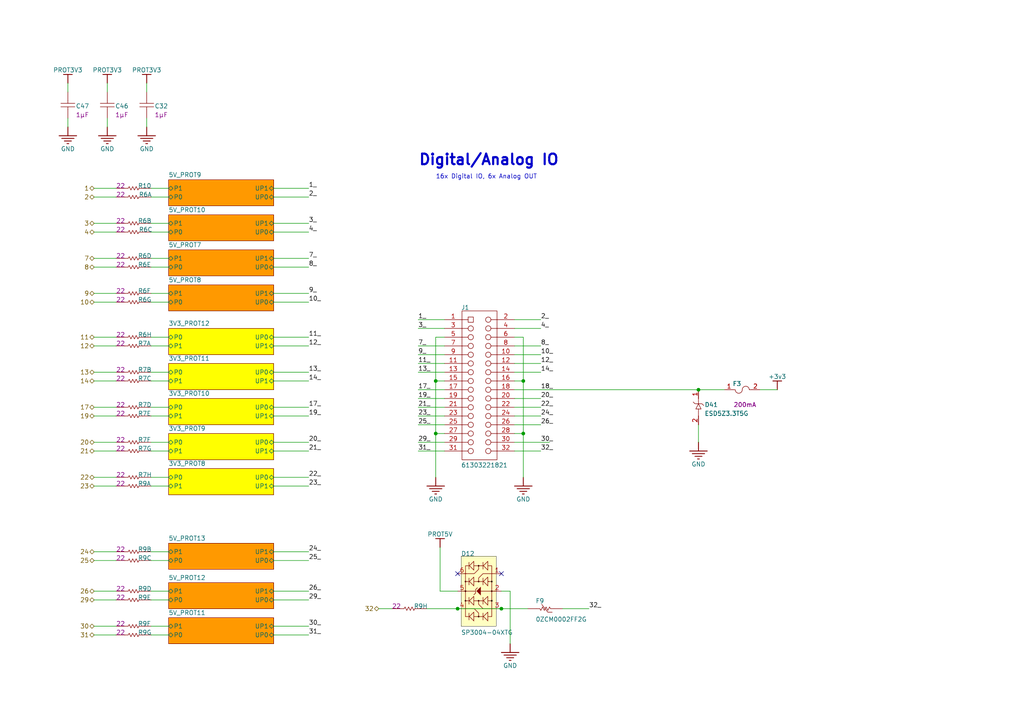
<source format=kicad_sch>
(kicad_sch (version 20250114) (generator "eeschema") (generator_version "9.0")
  (paper "User" 297.002 210.007)
  (title_block (title "ARDEP 32-Pin connector"))
  (text "16x Digital IO, 6x Analog OUT" (at 126.365 52.07 0) (effects (font (size 1.27 1.27)) (justify left bottom)))
  (text "Digital/Analog IO" (at 121.285 48.26 0) (effects (font (size 3.048 3.048) (thickness 0.6096) (bold yes)) (justify left bottom)))
  (junction (at 151.765 110.49))
  (junction (at 145.415 176.53))
  (junction (at 202.565 113.03))
  (junction (at 126.365 110.49))
  (junction (at 151.765 125.73))
  (junction (at 132.715 176.53))
  (junction (at 126.365 125.73))
  (no_connect (at 132.715 166.37))
  (no_connect (at 145.415 166.37))
  (wire (pts (xy 147.955 171.45) (xy 147.955 186.69)))
  (wire (pts (xy 48.895 107.95) (xy 43.815 107.95)))
  (wire (pts (xy 43.815 130.81) (xy 48.895 130.81)))
  (wire (pts (xy 43.815 64.77) (xy 48.895 64.77)))
  (wire (pts (xy 33.655 85.09) (xy 27.305 85.09)))
  (wire (pts (xy 27.305 171.45) (xy 33.655 171.45)))
  (wire (pts (xy 79.375 54.61) (xy 89.535 54.61)))
  (wire (pts (xy 31.115 36.83) (xy 31.115 34.29)))
  (wire (pts (xy 43.815 184.15) (xy 48.895 184.15)))
  (wire (pts (xy 126.365 138.43) (xy 126.365 125.73)))
  (wire (pts (xy 27.305 100.33) (xy 33.655 100.33)))
  (wire (pts (xy 128.905 95.25) (xy 121.285 95.25)))
  (wire (pts (xy 33.655 74.93) (xy 27.305 74.93)))
  (wire (pts (xy 79.375 77.47) (xy 89.535 77.47)))
  (wire (pts (xy 149.225 113.03) (xy 202.565 113.03)))
  (wire (pts (xy 89.535 171.45) (xy 79.375 171.45)))
  (wire (pts (xy 89.535 107.95) (xy 79.375 107.95)))
  (wire (pts (xy 163.195 176.53) (xy 170.815 176.53)))
  (wire (pts (xy 48.895 74.93) (xy 43.815 74.93)))
  (wire (pts (xy 89.535 184.15) (xy 79.375 184.15)))
  (wire (pts (xy 43.815 181.61) (xy 48.895 181.61)))
  (wire (pts (xy 43.815 110.49) (xy 48.895 110.49)))
  (wire (pts (xy 27.305 128.27) (xy 33.655 128.27)))
  (wire (pts (xy 43.815 173.99) (xy 48.895 173.99)))
  (wire (pts (xy 149.225 115.57) (xy 156.845 115.57)))
  (wire (pts (xy 121.285 105.41) (xy 128.905 105.41)))
  (wire (pts (xy 128.905 110.49) (xy 126.365 110.49)))
  (wire (pts (xy 43.815 140.97) (xy 48.895 140.97)))
  (wire (pts (xy 33.655 77.47) (xy 27.305 77.47)))
  (wire (pts (xy 33.655 87.63) (xy 27.305 87.63)))
  (wire (pts (xy 89.535 140.97) (xy 79.375 140.97)))
  (wire (pts (xy 79.375 67.31) (xy 89.535 67.31)))
  (wire (pts (xy 31.115 24.13) (xy 31.115 26.67)))
  (wire (pts (xy 128.905 120.65) (xy 121.285 120.65)))
  (wire (pts (xy 156.845 95.25) (xy 149.225 95.25)))
  (wire (pts (xy 42.545 36.83) (xy 42.545 34.29)))
  (wire (pts (xy 128.905 113.03) (xy 121.285 113.03)))
  (wire (pts (xy 109.855 176.53) (xy 113.665 176.53)))
  (wire (pts (xy 132.715 176.53) (xy 145.415 176.53)))
  (wire (pts (xy 43.815 120.65) (xy 48.895 120.65)))
  (wire (pts (xy 89.535 162.56) (xy 79.375 162.56)))
  (wire (pts (xy 132.715 171.45) (xy 127.635 171.45)))
  (wire (pts (xy 128.905 118.11) (xy 121.285 118.11)))
  (wire (pts (xy 151.765 110.49) (xy 151.765 125.73)))
  (wire (pts (xy 89.535 97.79) (xy 79.375 97.79)))
  (wire (pts (xy 27.305 184.15) (xy 33.655 184.15)))
  (wire (pts (xy 89.535 173.99) (xy 79.375 173.99)))
  (wire (pts (xy 149.225 123.19) (xy 156.845 123.19)))
  (wire (pts (xy 89.535 181.61) (xy 79.375 181.61)))
  (wire (pts (xy 128.905 128.27) (xy 121.285 128.27)))
  (wire (pts (xy 128.905 130.81) (xy 121.285 130.81)))
  (wire (pts (xy 27.305 64.77) (xy 33.655 64.77)))
  (wire (pts (xy 79.375 74.93) (xy 89.535 74.93)))
  (wire (pts (xy 128.905 102.87) (xy 121.285 102.87)))
  (wire (pts (xy 79.375 85.09) (xy 89.535 85.09)))
  (wire (pts (xy 126.365 110.49) (xy 126.365 125.73)))
  (wire (pts (xy 156.845 102.87) (xy 149.225 102.87)))
  (wire (pts (xy 43.815 128.27) (xy 48.895 128.27)))
  (wire (pts (xy 202.565 123.19) (xy 202.565 128.27)))
  (wire (pts (xy 89.535 128.27) (xy 79.375 128.27)))
  (wire (pts (xy 27.305 138.43) (xy 33.655 138.43)))
  (wire (pts (xy 156.845 92.71) (xy 149.225 92.71)))
  (wire (pts (xy 149.225 118.11) (xy 156.845 118.11)))
  (wire (pts (xy 27.305 110.49) (xy 33.655 110.49)))
  (wire (pts (xy 42.545 24.13) (xy 42.545 26.67)))
  (wire (pts (xy 43.815 160.02) (xy 48.895 160.02)))
  (wire (pts (xy 27.305 160.02) (xy 33.655 160.02)))
  (wire (pts (xy 128.905 100.33) (xy 121.285 100.33)))
  (wire (pts (xy 123.825 176.53) (xy 132.715 176.53)))
  (wire (pts (xy 27.305 140.97) (xy 33.655 140.97)))
  (wire (pts (xy 149.225 105.41) (xy 156.845 105.41)))
  (wire (pts (xy 27.305 67.31) (xy 33.655 67.31)))
  (wire (pts (xy 151.765 125.73) (xy 149.225 125.73)))
  (wire (pts (xy 48.895 97.79) (xy 43.815 97.79)))
  (wire (pts (xy 128.905 97.79) (xy 126.365 97.79)))
  (wire (pts (xy 43.815 57.15) (xy 48.895 57.15)))
  (wire (pts (xy 149.225 130.81) (xy 156.845 130.81)))
  (wire (pts (xy 48.895 87.63) (xy 43.815 87.63)))
  (wire (pts (xy 27.305 118.11) (xy 33.655 118.11)))
  (wire (pts (xy 145.415 176.53) (xy 153.035 176.53)))
  (wire (pts (xy 202.565 113.03) (xy 210.185 113.03)))
  (wire (pts (xy 43.815 171.45) (xy 48.895 171.45)))
  (wire (pts (xy 19.685 24.13) (xy 19.685 26.67)))
  (wire (pts (xy 89.535 160.02) (xy 79.375 160.02)))
  (wire (pts (xy 127.635 171.45) (xy 127.635 158.75)))
  (wire (pts (xy 149.225 100.33) (xy 156.845 100.33)))
  (wire (pts (xy 27.305 120.65) (xy 33.655 120.65)))
  (wire (pts (xy 220.345 113.03) (xy 225.425 113.03)))
  (wire (pts (xy 151.765 97.79) (xy 151.765 110.49)))
  (wire (pts (xy 149.225 120.65) (xy 156.845 120.65)))
  (wire (pts (xy 89.535 138.43) (xy 79.375 138.43)))
  (wire (pts (xy 151.765 138.43) (xy 151.765 125.73)))
  (wire (pts (xy 79.375 57.15) (xy 89.535 57.15)))
  (wire (pts (xy 149.225 107.95) (xy 156.845 107.95)))
  (wire (pts (xy 27.305 162.56) (xy 33.655 162.56)))
  (wire (pts (xy 89.535 118.11) (xy 79.375 118.11)))
  (wire (pts (xy 27.305 97.79) (xy 33.655 97.79)))
  (wire (pts (xy 149.225 128.27) (xy 159.385 128.27)))
  (wire (pts (xy 128.905 123.19) (xy 121.285 123.19)))
  (wire (pts (xy 48.895 138.43) (xy 43.815 138.43)))
  (wire (pts (xy 27.305 130.81) (xy 33.655 130.81)))
  (wire (pts (xy 43.815 162.56) (xy 48.895 162.56)))
  (wire (pts (xy 126.365 97.79) (xy 126.365 110.49)))
  (wire (pts (xy 79.375 87.63) (xy 89.535 87.63)))
  (wire (pts (xy 48.895 85.09) (xy 43.815 85.09)))
  (wire (pts (xy 27.305 107.95) (xy 33.655 107.95)))
  (wire (pts (xy 43.815 54.61) (xy 48.895 54.61)))
  (wire (pts (xy 27.305 54.61) (xy 33.655 54.61)))
  (wire (pts (xy 89.535 100.33) (xy 79.375 100.33)))
  (wire (pts (xy 89.535 130.81) (xy 79.375 130.81)))
  (wire (pts (xy 27.305 181.61) (xy 33.655 181.61)))
  (wire (pts (xy 43.815 100.33) (xy 48.895 100.33)))
  (wire (pts (xy 48.895 118.11) (xy 43.815 118.11)))
  (wire (pts (xy 27.305 57.15) (xy 33.655 57.15)))
  (wire (pts (xy 27.305 173.99) (xy 33.655 173.99)))
  (wire (pts (xy 128.905 107.95) (xy 121.285 107.95)))
  (wire (pts (xy 149.225 97.79) (xy 151.765 97.79)))
  (wire (pts (xy 149.225 110.49) (xy 151.765 110.49)))
  (wire (pts (xy 79.375 64.77) (xy 89.535 64.77)))
  (wire (pts (xy 128.905 92.71) (xy 121.285 92.71)))
  (wire (pts (xy 19.685 36.83) (xy 19.685 34.29)))
  (wire (pts (xy 48.895 77.47) (xy 43.815 77.47)))
  (wire (pts (xy 43.815 67.31) (xy 48.895 67.31)))
  (wire (pts (xy 89.535 120.65) (xy 79.375 120.65)))
  (wire (pts (xy 126.365 125.73) (xy 128.905 125.73)))
  (wire (pts (xy 128.905 115.57) (xy 121.285 115.57)))
  (wire (pts (xy 145.415 171.45) (xy 147.955 171.45)))
  (wire (pts (xy 89.535 110.49) (xy 79.375 110.49)))
  (label "30_" (at 156.845 128.27 0))
  (label "10_" (at 156.845 102.87 0))
  (label "32_" (at 170.815 176.53 0))
  (label "7_" (at 121.285 100.33 0))
  (label "12_" (at 156.845 105.41 0))
  (label "13_" (at 89.535 107.95 0))
  (label "23_" (at 121.285 120.65 0))
  (label "31_" (at 121.285 130.81 0))
  (label "23_" (at 89.535 140.97 0))
  (label "4_" (at 89.535 67.31 0))
  (label "11_" (at 89.535 97.79 0))
  (label "22_" (at 156.845 118.11 0))
  (label "1_" (at 89.535 54.61 0))
  (label "25_" (at 121.285 123.19 0))
  (label "19_" (at 89.535 120.65 0))
  (label "24_" (at 156.845 120.65 0))
  (label "22_" (at 89.535 138.43 0))
  (label "17_" (at 89.535 118.11 0))
  (label "7_" (at 89.535 74.93 0))
  (label "26_" (at 156.845 123.19 0))
  (label "12_" (at 89.535 100.33 0))
  (label "10_" (at 89.535 87.63 0))
  (label "11_" (at 121.285 105.41 0))
  (label "8_" (at 156.845 100.33 0))
  (label "9_" (at 89.535 85.09 0))
  (label "32_" (at 156.845 130.81 0))
  (label "24_" (at 89.535 160.02 0))
  (label "9_" (at 121.285 102.87 0))
  (label "1_" (at 121.285 92.71 0))
  (label "19_" (at 121.285 115.57 0))
  (label "2_" (at 156.845 92.71 0))
  (label "13_" (at 121.285 107.95 0))
  (label "29_" (at 89.535 173.99 0))
  (label "3_" (at 89.535 64.77 0))
  (label "17_" (at 121.285 113.03 0))
  (label "31_" (at 89.535 184.15 0))
  (label "25_" (at 89.535 162.56 0))
  (label "20_" (at 89.535 128.27 0))
  (label "29_" (at 121.285 128.27 0))
  (label "20_" (at 156.845 115.57 0))
  (label "26_" (at 89.535 171.45 0))
  (label "21_" (at 89.535 130.81 0))
  (label "18_" (at 156.845 113.03 0))
  (label "4_" (at 156.845 95.25 0))
  (label "14_" (at 156.845 107.95 0))
  (label "3_" (at 121.285 95.25 0))
  (label "2_" (at 89.535 57.15 0))
  (label "8_" (at 89.535 77.47 0))
  (label "14_" (at 89.535 110.49 0))
  (label "30_" (at 89.535 181.61 0))
  (label "21_" (at 121.285 118.11 0))
  (hierarchical_label "26" (shape bidirectional) (at 27.305 171.45 180))
  (hierarchical_label "31" (shape bidirectional) (at 27.305 184.15 180))
  (hierarchical_label "17" (shape bidirectional) (at 27.305 118.11 180))
  (hierarchical_label "29" (shape bidirectional) (at 27.305 173.99 180))
  (hierarchical_label "11" (shape bidirectional) (at 27.305 97.79 180))
  (hierarchical_label "19" (shape bidirectional) (at 27.305 120.65 180))
  (hierarchical_label "21" (shape bidirectional) (at 27.305 130.81 180))
  (hierarchical_label "25" (shape bidirectional) (at 27.305 162.56 180))
  (hierarchical_label "2" (shape bidirectional) (at 27.305 57.15 180))
  (hierarchical_label "12" (shape bidirectional) (at 27.305 100.33 180))
  (hierarchical_label "22" (shape bidirectional) (at 27.305 138.43 180))
  (hierarchical_label "8" (shape bidirectional) (at 27.305 77.47 180))
  (hierarchical_label "7" (shape bidirectional) (at 27.305 74.93 180))
  (hierarchical_label "14" (shape bidirectional) (at 27.305 110.49 180))
  (hierarchical_label "4" (shape bidirectional) (at 27.305 67.31 180))
  (hierarchical_label "24" (shape bidirectional) (at 27.305 160.02 180))
  (hierarchical_label "9" (shape bidirectional) (at 27.305 85.09 180))
  (hierarchical_label "3" (shape bidirectional) (at 27.305 64.77 180))
  (hierarchical_label "30" (shape bidirectional) (at 27.305 181.61 180))
  (hierarchical_label "13" (shape bidirectional) (at 27.305 107.95 180))
  (hierarchical_label "23" (shape bidirectional) (at 27.305 140.97 180))
  (hierarchical_label "32" (shape bidirectional) (at 109.855 176.53 180))
  (hierarchical_label "20" (shape bidirectional) (at 27.305 128.27 180))
  (hierarchical_label "10" (shape bidirectional) (at 27.305 87.63 180))
  (hierarchical_label "1" (shape bidirectional) (at 27.305 54.61 180))
  (symbol (lib_id "ARDEP2_Mainboard:Shield Socket Header_0_RES-2_Frickly Systems GmbH") (at 36.195 107.95 0) (unit 2)
    (property "Reference" "R7" (at 40.005 107.95 0) (effects (justify left bottom)))
    (property "Value" "EXB-2HV220JV" (effects (hide yes)))
    (property "Footprint" "Panasonic EXB2HV" (effects (hide yes)))
    (property "Description" "Resistor Thick Film Array 22 Ohm 5% 1/4W 200ppm/C ISOL 16-Pin 1506(8 X 0402) Convex SMD Punched Carrier T/R" (effects (hide yes)))
    (property "NUMBER OF CONTACTS" "16" (effects (hide yes)))
    (property "MIN OPERATING TEMPERATURE" "-55°C" (effects (hide yes)))
    (property "THICKNESS" "450µm" (effects (hide yes)))
    (property "NUMBER OF TERMINALS" "16" (effects (hide yes)))
    (property "POWER" "250mW" (effects (hide yes)))
    (property "COMPOSITION" "Thick Film" (effects (hide yes)))
    (property "HEIGHT" "450µm" (effects (hide yes)))
    (property "TERMINATION" "Convex" (effects (hide yes)))
    (property "WORKING VOLTAGE" "25V" (effects (hide yes)))
    (property "DEPTH" "1.6mm" (effects (hide yes)))
    (property "MOUNTING TECHNOLOGY" "Surface Mount" (effects (hide yes)))
    (property "REACH SVHC" "Yes" (effects (hide yes)))
    (property "CIRCUIT TYPE" "Isolated" (effects (hide yes)))
    (property "LEAD FREE" "Lead Free" (effects (hide yes)))
    (property "MAX OPERATING TEMPERATURE" "125°C" (effects (hide yes)))
    (property "NUMBER OF ELEMENTS" "1" (effects (hide yes)))
    (property "CONTACT PLATING" "Tin" (effects (hide yes)))
    (property "POWER PER ELEMENT" "62.5mW" (effects (hide yes)))
    (property "ROHS COMPLIANT" "Yes" (effects (hide yes)))
    (property "RADIATION HARDENING" "No" (effects (hide yes)))
    (property "LIFECYCLE STATUS" "Production" (effects (hide yes)))
    (property "PINS" "16" (effects (hide yes)))
    (property "NUMBER OF CIRCUITS" "8" (effects (hide yes)))
    (property "POWER RATING" "250mW" (effects (hide yes)))
    (property "PACKAGING" "Cut Tape" (effects (hide yes)))
    (property "CASE CODE (IMPERIAL)" "0402" (effects (hide yes)))
    (property "LENGTH" "3.8mm" (effects (hide yes)))
    (property "POWER DISSIPATION" "250mW" (effects (hide yes)))
    (property "TEMPERATURE COEFFICIENT" "200ppm/°C" (effects (hide yes)))
    (property "NUMBER OF RESISTORS" "8" (effects (hide yes)))
    (property "CASE CODE (METRIC)" "1005" (effects (hide yes)))
    (property "ALTIUM_VALUE" "22" (at 33.655 107.95 0) (effects (justify left bottom)))
    (property "TERMINAL PITCH" "500µm" (effects (hide yes)))
    (property "CASE/PACKAGE" "0602" (effects (hide yes)))
    (property "ROHS" "Compliant" (effects (hide yes)))
    (property "WIDTH" "1.6mm" (effects (hide yes)))
    (property "SCHEDULE B" "8533210025, 8533210025" (effects (hide yes)))
    (property "VOLTAGE RATING" "25V" (effects (hide yes)))
    (property "TOLERANCE" "5%" (effects (hide yes)))
    (property "MILITARY STANDARD" "Not" (effects (hide yes)))
  )
  (symbol (lib_id "ARDEP2_Mainboard:Shield Socket Header_0_RES-2_Frickly Systems GmbH") (at 36.195 85.09 0) (unit 6)
    (property "Reference" "R6" (at 40.005 85.09 0) (effects (justify left bottom)))
    (property "Value" "EXB-2HV220JV" (effects (hide yes)))
    (property "Footprint" "Panasonic EXB2HV" (effects (hide yes)))
    (property "Description" "Resistor Thick Film Array 22 Ohm 5% 1/4W 200ppm/C ISOL 16-Pin 1506(8 X 0402) Convex SMD Punched Carrier T/R" (effects (hide yes)))
    (property "NUMBER OF CONTACTS" "16" (effects (hide yes)))
    (property "MIN OPERATING TEMPERATURE" "-55°C" (effects (hide yes)))
    (property "THICKNESS" "450µm" (effects (hide yes)))
    (property "NUMBER OF TERMINALS" "16" (effects (hide yes)))
    (property "POWER" "250mW" (effects (hide yes)))
    (property "COMPOSITION" "Thick Film" (effects (hide yes)))
    (property "HEIGHT" "450µm" (effects (hide yes)))
    (property "TERMINATION" "Convex" (effects (hide yes)))
    (property "WORKING VOLTAGE" "25V" (effects (hide yes)))
    (property "DEPTH" "1.6mm" (effects (hide yes)))
    (property "MOUNTING TECHNOLOGY" "Surface Mount" (effects (hide yes)))
    (property "REACH SVHC" "Yes" (effects (hide yes)))
    (property "CIRCUIT TYPE" "Isolated" (effects (hide yes)))
    (property "LEAD FREE" "Lead Free" (effects (hide yes)))
    (property "MAX OPERATING TEMPERATURE" "125°C" (effects (hide yes)))
    (property "NUMBER OF ELEMENTS" "1" (effects (hide yes)))
    (property "CONTACT PLATING" "Tin" (effects (hide yes)))
    (property "POWER PER ELEMENT" "62.5mW" (effects (hide yes)))
    (property "ROHS COMPLIANT" "Yes" (effects (hide yes)))
    (property "RADIATION HARDENING" "No" (effects (hide yes)))
    (property "LIFECYCLE STATUS" "Production" (effects (hide yes)))
    (property "PINS" "16" (effects (hide yes)))
    (property "NUMBER OF CIRCUITS" "8" (effects (hide yes)))
    (property "POWER RATING" "250mW" (effects (hide yes)))
    (property "PACKAGING" "Cut Tape" (effects (hide yes)))
    (property "CASE CODE (IMPERIAL)" "0402" (effects (hide yes)))
    (property "LENGTH" "3.8mm" (effects (hide yes)))
    (property "POWER DISSIPATION" "250mW" (effects (hide yes)))
    (property "TEMPERATURE COEFFICIENT" "200ppm/°C" (effects (hide yes)))
    (property "NUMBER OF RESISTORS" "8" (effects (hide yes)))
    (property "CASE CODE (METRIC)" "1005" (effects (hide yes)))
    (property "ALTIUM_VALUE" "22" (at 33.655 85.09 0) (effects (justify left bottom)))
    (property "TERMINAL PITCH" "500µm" (effects (hide yes)))
    (property "CASE/PACKAGE" "0602" (effects (hide yes)))
    (property "ROHS" "Compliant" (effects (hide yes)))
    (property "WIDTH" "1.6mm" (effects (hide yes)))
    (property "SCHEDULE B" "8533210025, 8533210025" (effects (hide yes)))
    (property "VOLTAGE RATING" "25V" (effects (hide yes)))
    (property "TOLERANCE" "5%" (effects (hide yes)))
    (property "MILITARY STANDARD" "Not" (effects (hide yes)))
  )
  (symbol (lib_id "ARDEP2_Mainboard:PROT3V3_BAR") (at 19.685 24.13 180) (unit 1)
    (property "Reference" "#PWR0143" (effects (hide yes)))
    (property "Value" "PROT3V3" (at 19.685 20.32 0))
  )
  (symbol (lib_id "ARDEP2_Mainboard:Shield Socket Header_0_Symbol_Frickly Systems GmbH") (at 133.985 90.17 0) (unit 1)
    (property "Reference" "J1" (at 133.731 89.916 0) (effects (justify left bottom)))
    (property "Value" "61303221821" (at 133.731 135.636 0) (effects (justify left bottom)))
    (property "Footprint" "61303221821" (effects (hide yes)))
    (property "Description" "WR-PHD Socket Header, THT, pitch 2.54mm, Dual Row, Vertical, 32p" (effects (hide yes)))
    (property "PINS" "32" (effects (hide yes)))
    (property "CONTACT RESISTANCE" "20mOhm" (effects (hide yes)))
    (property "PITCH" "2.54mm" (effects (hide yes)))
    (property "MOUNTING TECHNOLOGY" "THT" (effects (hide yes)))
    (property "MANUFACTURER" "Wurth Elektronik" (effects (hide yes)))
    (property "ORIENTATION" "Vertical" (effects (hide yes)))
    (property "OPERATING TEMPERATURE" "-40 to +125degC" (effects (hide yes)))
    (property "MANUFACTURER PART NUMBER" "61303221821" (effects (hide yes)))
    (property "WITHSTANDING VOLTAGE" "500VAC" (effects (hide yes)))
    (property "COMPONENTLINK1URL" "http://www.we-online.de" (effects (hide yes)))
    (property "GENDER" "Socket Header" (effects (hide yes)))
    (property "ROW NUMBER" "Dual" (effects (hide yes)))
    (property "PACKAGING" "Tray" (effects (hide yes)))
    (property "RATED CURRENT" "3A" (effects (hide yes)))
    (property "COMPONENTLINK1DESCRIPTION" "Manufacturer" (effects (hide yes)))
    (property "DESIGN ITEM ID" "61303221821" (effects (hide yes)))
    (property "COMPONENTLINK2URL" "https://www.we-online.com/catalog/datasheet/61303221821.pdf" (effects (hide yes)))
    (property "SOURCE" "WR-PHD_Socket Header.SchLib" (effects (hide yes)))
    (property "COMPONENTLINK2DESCRIPTION" "Datasheet" (effects (hide yes)))
    (property "WORKING VOLTAGE" "250VAC" (effects (hide yes)))
  )
  (symbol (lib_id "ARDEP2_Mainboard:Shield Socket Header_1_Capacitor_Frickly Systems GmbH") (at 31.115 34.29 0) (unit 1)
    (property "Reference" "C46" (at 33.401 31.496 0) (effects (justify left bottom)))
    (property "Value" "C-1uF-10%-50V-0603-X5R" (effects (hide yes)))
    (property "Footprint" "C_0603_JB" (effects (hide yes)))
    (property "Description" "Ceramic Capacitor, Multilayer, Ceramic, 50V, 10% +Tol, 10% -Tol, X5R, 15% TC, 1uF, Surface Mount, 0603" (effects (hide yes)))
    (property "CASE/PACKAGE" "0603" (effects (hide yes)))
    (property "MAX OPERATING TEMPERATURE" "85°C" (effects (hide yes)))
    (property "TOLERANCE" "10%" (effects (hide yes)))
    (property "MIN OPERATING TEMPERATURE" "-55°C" (effects (hide yes)))
    (property "TO BE CHECKED" "Yes, Part choices" (effects (hide yes)))
    (property "MOUNT" "Surface Mount" (effects (hide yes)))
    (property "CAPACITANCE" "1µF" (at 33.401 34.036 0) (effects (justify left bottom)))
    (property "TEMPERATURE CHARACTERISTICS CODE" "X5R" (effects (hide yes)))
    (property "RATED DC VOLTAGE (URDC)" "50V" (effects (hide yes)))
    (property "DIELECTRIC MATERIAL" "Ceramic" (effects (hide yes)))
  )
  (symbol (lib_id "ARDEP2_Mainboard:PROT3V3_BAR") (at 31.115 24.13 180) (unit 1)
    (property "Reference" "#PWR0145" (effects (hide yes)))
    (property "Value" "PROT3V3" (at 31.115 20.32 0))
  )
  (symbol (lib_id "ARDEP2_Mainboard:Shield Socket Header_0_RES-2_Frickly Systems GmbH") (at 36.195 130.81 0) (unit 7)
    (property "Reference" "R7" (at 40.005 130.81 0) (effects (justify left bottom)))
    (property "Value" "EXB-2HV220JV" (effects (hide yes)))
    (property "Footprint" "Panasonic EXB2HV" (effects (hide yes)))
    (property "Description" "Resistor Thick Film Array 22 Ohm 5% 1/4W 200ppm/C ISOL 16-Pin 1506(8 X 0402) Convex SMD Punched Carrier T/R" (effects (hide yes)))
    (property "NUMBER OF CONTACTS" "16" (effects (hide yes)))
    (property "MIN OPERATING TEMPERATURE" "-55°C" (effects (hide yes)))
    (property "THICKNESS" "450µm" (effects (hide yes)))
    (property "NUMBER OF TERMINALS" "16" (effects (hide yes)))
    (property "POWER" "250mW" (effects (hide yes)))
    (property "COMPOSITION" "Thick Film" (effects (hide yes)))
    (property "HEIGHT" "450µm" (effects (hide yes)))
    (property "TERMINATION" "Convex" (effects (hide yes)))
    (property "WORKING VOLTAGE" "25V" (effects (hide yes)))
    (property "DEPTH" "1.6mm" (effects (hide yes)))
    (property "MOUNTING TECHNOLOGY" "Surface Mount" (effects (hide yes)))
    (property "REACH SVHC" "Yes" (effects (hide yes)))
    (property "CIRCUIT TYPE" "Isolated" (effects (hide yes)))
    (property "LEAD FREE" "Lead Free" (effects (hide yes)))
    (property "MAX OPERATING TEMPERATURE" "125°C" (effects (hide yes)))
    (property "NUMBER OF ELEMENTS" "1" (effects (hide yes)))
    (property "CONTACT PLATING" "Tin" (effects (hide yes)))
    (property "POWER PER ELEMENT" "62.5mW" (effects (hide yes)))
    (property "ROHS COMPLIANT" "Yes" (effects (hide yes)))
    (property "RADIATION HARDENING" "No" (effects (hide yes)))
    (property "LIFECYCLE STATUS" "Production" (effects (hide yes)))
    (property "PINS" "16" (effects (hide yes)))
    (property "NUMBER OF CIRCUITS" "8" (effects (hide yes)))
    (property "POWER RATING" "250mW" (effects (hide yes)))
    (property "PACKAGING" "Cut Tape" (effects (hide yes)))
    (property "CASE CODE (IMPERIAL)" "0402" (effects (hide yes)))
    (property "LENGTH" "3.8mm" (effects (hide yes)))
    (property "POWER DISSIPATION" "250mW" (effects (hide yes)))
    (property "TEMPERATURE COEFFICIENT" "200ppm/°C" (effects (hide yes)))
    (property "NUMBER OF RESISTORS" "8" (effects (hide yes)))
    (property "CASE CODE (METRIC)" "1005" (effects (hide yes)))
    (property "ALTIUM_VALUE" "22" (at 33.655 130.81 0) (effects (justify left bottom)))
    (property "TERMINAL PITCH" "500µm" (effects (hide yes)))
    (property "CASE/PACKAGE" "0602" (effects (hide yes)))
    (property "ROHS" "Compliant" (effects (hide yes)))
    (property "WIDTH" "1.6mm" (effects (hide yes)))
    (property "SCHEDULE B" "8533210025, 8533210025" (effects (hide yes)))
    (property "VOLTAGE RATING" "25V" (effects (hide yes)))
    (property "TOLERANCE" "5%" (effects (hide yes)))
    (property "MILITARY STANDARD" "Not" (effects (hide yes)))
  )
  (symbol (lib_id "ARDEP2_Mainboard:Shield Socket Header_0_RES-2_Frickly Systems GmbH") (at 36.195 181.61 0) (unit 6)
    (property "Reference" "R9" (at 40.005 181.61 0) (effects (justify left bottom)))
    (property "Value" "EXB-2HV220JV" (effects (hide yes)))
    (property "Footprint" "Panasonic EXB2HV" (effects (hide yes)))
    (property "Description" "Resistor Thick Film Array 22 Ohm 5% 1/4W 200ppm/C ISOL 16-Pin 1506(8 X 0402) Convex SMD Punched Carrier T/R" (effects (hide yes)))
    (property "NUMBER OF CONTACTS" "16" (effects (hide yes)))
    (property "MIN OPERATING TEMPERATURE" "-55°C" (effects (hide yes)))
    (property "THICKNESS" "450µm" (effects (hide yes)))
    (property "NUMBER OF TERMINALS" "16" (effects (hide yes)))
    (property "POWER" "250mW" (effects (hide yes)))
    (property "COMPOSITION" "Thick Film" (effects (hide yes)))
    (property "HEIGHT" "450µm" (effects (hide yes)))
    (property "TERMINATION" "Convex" (effects (hide yes)))
    (property "WORKING VOLTAGE" "25V" (effects (hide yes)))
    (property "DEPTH" "1.6mm" (effects (hide yes)))
    (property "MOUNTING TECHNOLOGY" "Surface Mount" (effects (hide yes)))
    (property "REACH SVHC" "Yes" (effects (hide yes)))
    (property "CIRCUIT TYPE" "Isolated" (effects (hide yes)))
    (property "LEAD FREE" "Lead Free" (effects (hide yes)))
    (property "MAX OPERATING TEMPERATURE" "125°C" (effects (hide yes)))
    (property "NUMBER OF ELEMENTS" "1" (effects (hide yes)))
    (property "CONTACT PLATING" "Tin" (effects (hide yes)))
    (property "POWER PER ELEMENT" "62.5mW" (effects (hide yes)))
    (property "ROHS COMPLIANT" "Yes" (effects (hide yes)))
    (property "RADIATION HARDENING" "No" (effects (hide yes)))
    (property "LIFECYCLE STATUS" "Production" (effects (hide yes)))
    (property "PINS" "16" (effects (hide yes)))
    (property "NUMBER OF CIRCUITS" "8" (effects (hide yes)))
    (property "POWER RATING" "250mW" (effects (hide yes)))
    (property "PACKAGING" "Cut Tape" (effects (hide yes)))
    (property "CASE CODE (IMPERIAL)" "0402" (effects (hide yes)))
    (property "LENGTH" "3.8mm" (effects (hide yes)))
    (property "POWER DISSIPATION" "250mW" (effects (hide yes)))
    (property "TEMPERATURE COEFFICIENT" "200ppm/°C" (effects (hide yes)))
    (property "NUMBER OF RESISTORS" "8" (effects (hide yes)))
    (property "CASE CODE (METRIC)" "1005" (effects (hide yes)))
    (property "ALTIUM_VALUE" "22" (at 33.655 181.61 0) (effects (justify left bottom)))
    (property "TERMINAL PITCH" "500µm" (effects (hide yes)))
    (property "CASE/PACKAGE" "0602" (effects (hide yes)))
    (property "ROHS" "Compliant" (effects (hide yes)))
    (property "WIDTH" "1.6mm" (effects (hide yes)))
    (property "SCHEDULE B" "8533210025, 8533210025" (effects (hide yes)))
    (property "VOLTAGE RATING" "25V" (effects (hide yes)))
    (property "TOLERANCE" "5%" (effects (hide yes)))
    (property "MILITARY STANDARD" "Not" (effects (hide yes)))
  )
  (symbol (lib_id "ARDEP2_Mainboard:Shield Socket Header_0_RES-2_Frickly Systems GmbH") (at 36.195 184.15 0) (unit 7)
    (property "Reference" "R9" (at 40.005 184.15 0) (effects (justify left bottom)))
    (property "Value" "EXB-2HV220JV" (effects (hide yes)))
    (property "Footprint" "Panasonic EXB2HV" (effects (hide yes)))
    (property "Description" "Resistor Thick Film Array 22 Ohm 5% 1/4W 200ppm/C ISOL 16-Pin 1506(8 X 0402) Convex SMD Punched Carrier T/R" (effects (hide yes)))
    (property "NUMBER OF CONTACTS" "16" (effects (hide yes)))
    (property "MIN OPERATING TEMPERATURE" "-55°C" (effects (hide yes)))
    (property "THICKNESS" "450µm" (effects (hide yes)))
    (property "NUMBER OF TERMINALS" "16" (effects (hide yes)))
    (property "POWER" "250mW" (effects (hide yes)))
    (property "COMPOSITION" "Thick Film" (effects (hide yes)))
    (property "HEIGHT" "450µm" (effects (hide yes)))
    (property "TERMINATION" "Convex" (effects (hide yes)))
    (property "WORKING VOLTAGE" "25V" (effects (hide yes)))
    (property "DEPTH" "1.6mm" (effects (hide yes)))
    (property "MOUNTING TECHNOLOGY" "Surface Mount" (effects (hide yes)))
    (property "REACH SVHC" "Yes" (effects (hide yes)))
    (property "CIRCUIT TYPE" "Isolated" (effects (hide yes)))
    (property "LEAD FREE" "Lead Free" (effects (hide yes)))
    (property "MAX OPERATING TEMPERATURE" "125°C" (effects (hide yes)))
    (property "NUMBER OF ELEMENTS" "1" (effects (hide yes)))
    (property "CONTACT PLATING" "Tin" (effects (hide yes)))
    (property "POWER PER ELEMENT" "62.5mW" (effects (hide yes)))
    (property "ROHS COMPLIANT" "Yes" (effects (hide yes)))
    (property "RADIATION HARDENING" "No" (effects (hide yes)))
    (property "LIFECYCLE STATUS" "Production" (effects (hide yes)))
    (property "PINS" "16" (effects (hide yes)))
    (property "NUMBER OF CIRCUITS" "8" (effects (hide yes)))
    (property "POWER RATING" "250mW" (effects (hide yes)))
    (property "PACKAGING" "Cut Tape" (effects (hide yes)))
    (property "CASE CODE (IMPERIAL)" "0402" (effects (hide yes)))
    (property "LENGTH" "3.8mm" (effects (hide yes)))
    (property "POWER DISSIPATION" "250mW" (effects (hide yes)))
    (property "TEMPERATURE COEFFICIENT" "200ppm/°C" (effects (hide yes)))
    (property "NUMBER OF RESISTORS" "8" (effects (hide yes)))
    (property "CASE CODE (METRIC)" "1005" (effects (hide yes)))
    (property "ALTIUM_VALUE" "22" (at 33.655 184.15 0) (effects (justify left bottom)))
    (property "TERMINAL PITCH" "500µm" (effects (hide yes)))
    (property "CASE/PACKAGE" "0602" (effects (hide yes)))
    (property "ROHS" "Compliant" (effects (hide yes)))
    (property "WIDTH" "1.6mm" (effects (hide yes)))
    (property "SCHEDULE B" "8533210025, 8533210025" (effects (hide yes)))
    (property "VOLTAGE RATING" "25V" (effects (hide yes)))
    (property "TOLERANCE" "5%" (effects (hide yes)))
    (property "MILITARY STANDARD" "Not" (effects (hide yes)))
  )
  (symbol (lib_id "ARDEP2_Mainboard:GND_POWER_GROUND") (at 202.565 128.27 0) (unit 1)
    (property "Reference" "#PWR0153" (effects (hide yes)))
    (property "Value" "GND" (at 202.565 134.62 0))
  )
  (symbol (lib_id "ARDEP2_Mainboard:Shield Socket Header_0_RES-2_Frickly Systems GmbH") (at 36.195 120.65 0) (unit 5)
    (property "Reference" "R7" (at 40.005 120.65 0) (effects (justify left bottom)))
    (property "Value" "EXB-2HV220JV" (effects (hide yes)))
    (property "Footprint" "Panasonic EXB2HV" (effects (hide yes)))
    (property "Description" "Resistor Thick Film Array 22 Ohm 5% 1/4W 200ppm/C ISOL 16-Pin 1506(8 X 0402) Convex SMD Punched Carrier T/R" (effects (hide yes)))
    (property "NUMBER OF CONTACTS" "16" (effects (hide yes)))
    (property "MIN OPERATING TEMPERATURE" "-55°C" (effects (hide yes)))
    (property "THICKNESS" "450µm" (effects (hide yes)))
    (property "NUMBER OF TERMINALS" "16" (effects (hide yes)))
    (property "POWER" "250mW" (effects (hide yes)))
    (property "COMPOSITION" "Thick Film" (effects (hide yes)))
    (property "HEIGHT" "450µm" (effects (hide yes)))
    (property "TERMINATION" "Convex" (effects (hide yes)))
    (property "WORKING VOLTAGE" "25V" (effects (hide yes)))
    (property "DEPTH" "1.6mm" (effects (hide yes)))
    (property "MOUNTING TECHNOLOGY" "Surface Mount" (effects (hide yes)))
    (property "REACH SVHC" "Yes" (effects (hide yes)))
    (property "CIRCUIT TYPE" "Isolated" (effects (hide yes)))
    (property "LEAD FREE" "Lead Free" (effects (hide yes)))
    (property "MAX OPERATING TEMPERATURE" "125°C" (effects (hide yes)))
    (property "NUMBER OF ELEMENTS" "1" (effects (hide yes)))
    (property "CONTACT PLATING" "Tin" (effects (hide yes)))
    (property "POWER PER ELEMENT" "62.5mW" (effects (hide yes)))
    (property "ROHS COMPLIANT" "Yes" (effects (hide yes)))
    (property "RADIATION HARDENING" "No" (effects (hide yes)))
    (property "LIFECYCLE STATUS" "Production" (effects (hide yes)))
    (property "PINS" "16" (effects (hide yes)))
    (property "NUMBER OF CIRCUITS" "8" (effects (hide yes)))
    (property "POWER RATING" "250mW" (effects (hide yes)))
    (property "PACKAGING" "Cut Tape" (effects (hide yes)))
    (property "CASE CODE (IMPERIAL)" "0402" (effects (hide yes)))
    (property "LENGTH" "3.8mm" (effects (hide yes)))
    (property "POWER DISSIPATION" "250mW" (effects (hide yes)))
    (property "TEMPERATURE COEFFICIENT" "200ppm/°C" (effects (hide yes)))
    (property "NUMBER OF RESISTORS" "8" (effects (hide yes)))
    (property "CASE CODE (METRIC)" "1005" (effects (hide yes)))
    (property "ALTIUM_VALUE" "22" (at 33.655 120.65 0) (effects (justify left bottom)))
    (property "TERMINAL PITCH" "500µm" (effects (hide yes)))
    (property "CASE/PACKAGE" "0602" (effects (hide yes)))
    (property "ROHS" "Compliant" (effects (hide yes)))
    (property "WIDTH" "1.6mm" (effects (hide yes)))
    (property "SCHEDULE B" "8533210025, 8533210025" (effects (hide yes)))
    (property "VOLTAGE RATING" "25V" (effects (hide yes)))
    (property "TOLERANCE" "5%" (effects (hide yes)))
    (property "MILITARY STANDARD" "Not" (effects (hide yes)))
  )
  (symbol (lib_id "ARDEP2_Mainboard:Shield Socket Header_0_RES-2_Frickly Systems GmbH") (at 36.195 173.99 0) (unit 5)
    (property "Reference" "R9" (at 40.005 173.99 0) (effects (justify left bottom)))
    (property "Value" "EXB-2HV220JV" (effects (hide yes)))
    (property "Footprint" "Panasonic EXB2HV" (effects (hide yes)))
    (property "Description" "Resistor Thick Film Array 22 Ohm 5% 1/4W 200ppm/C ISOL 16-Pin 1506(8 X 0402) Convex SMD Punched Carrier T/R" (effects (hide yes)))
    (property "NUMBER OF CONTACTS" "16" (effects (hide yes)))
    (property "MIN OPERATING TEMPERATURE" "-55°C" (effects (hide yes)))
    (property "THICKNESS" "450µm" (effects (hide yes)))
    (property "NUMBER OF TERMINALS" "16" (effects (hide yes)))
    (property "POWER" "250mW" (effects (hide yes)))
    (property "COMPOSITION" "Thick Film" (effects (hide yes)))
    (property "HEIGHT" "450µm" (effects (hide yes)))
    (property "TERMINATION" "Convex" (effects (hide yes)))
    (property "WORKING VOLTAGE" "25V" (effects (hide yes)))
    (property "DEPTH" "1.6mm" (effects (hide yes)))
    (property "MOUNTING TECHNOLOGY" "Surface Mount" (effects (hide yes)))
    (property "REACH SVHC" "Yes" (effects (hide yes)))
    (property "CIRCUIT TYPE" "Isolated" (effects (hide yes)))
    (property "LEAD FREE" "Lead Free" (effects (hide yes)))
    (property "MAX OPERATING TEMPERATURE" "125°C" (effects (hide yes)))
    (property "NUMBER OF ELEMENTS" "1" (effects (hide yes)))
    (property "CONTACT PLATING" "Tin" (effects (hide yes)))
    (property "POWER PER ELEMENT" "62.5mW" (effects (hide yes)))
    (property "ROHS COMPLIANT" "Yes" (effects (hide yes)))
    (property "RADIATION HARDENING" "No" (effects (hide yes)))
    (property "LIFECYCLE STATUS" "Production" (effects (hide yes)))
    (property "PINS" "16" (effects (hide yes)))
    (property "NUMBER OF CIRCUITS" "8" (effects (hide yes)))
    (property "POWER RATING" "250mW" (effects (hide yes)))
    (property "PACKAGING" "Cut Tape" (effects (hide yes)))
    (property "CASE CODE (IMPERIAL)" "0402" (effects (hide yes)))
    (property "LENGTH" "3.8mm" (effects (hide yes)))
    (property "POWER DISSIPATION" "250mW" (effects (hide yes)))
    (property "TEMPERATURE COEFFICIENT" "200ppm/°C" (effects (hide yes)))
    (property "NUMBER OF RESISTORS" "8" (effects (hide yes)))
    (property "CASE CODE (METRIC)" "1005" (effects (hide yes)))
    (property "ALTIUM_VALUE" "22" (at 33.655 173.99 0) (effects (justify left bottom)))
    (property "TERMINAL PITCH" "500µm" (effects (hide yes)))
    (property "CASE/PACKAGE" "0602" (effects (hide yes)))
    (property "ROHS" "Compliant" (effects (hide yes)))
    (property "WIDTH" "1.6mm" (effects (hide yes)))
    (property "SCHEDULE B" "8533210025, 8533210025" (effects (hide yes)))
    (property "VOLTAGE RATING" "25V" (effects (hide yes)))
    (property "TOLERANCE" "5%" (effects (hide yes)))
    (property "MILITARY STANDARD" "Not" (effects (hide yes)))
  )
  (symbol (lib_id "ARDEP2_Mainboard:Shield Socket Header_3_UNI TVS_Frickly Systems GmbH") (at 202.565 118.11 0) (unit 1)
    (property "Reference" "D41" (at 204.343 118.11 0) (effects (justify left bottom)))
    (property "Value" "ESD5Z3.3T5G" (at 204.343 120.65 0) (effects (justify left bottom)))
    (property "Footprint" "SOD-523_JB" (effects (hide yes)))
    (property "Description" "Trans Voltage Suppressor Diode, 158W, 3.3V V(RWM), Unidirectional, 1 Element, Silicon" (effects (hide yes)))
    (property "PEAK INVERSE VOLTAGE" "14.1V" (effects (hide yes)))
    (property "MOUNTING TECHNOLOGY" "SMD" (effects (hide yes)))
    (property "MAX SURGE CURRENT" "11.2A" (effects (hide yes)))
    (property "MAX OPERATING TEMPERATURE" "150°C" (effects (hide yes)))
    (property "MIN OPERATING TEMPERATURE" "-55°C" (effects (hide yes)))
    (property "PINS" "2" (effects (hide yes)))
    (property "ROHS COMPLIANT" "Yes" (effects (hide yes)))
    (property "CASE/PACKAGE" "SOD-523-2" (effects (hide yes)))
  )
  (symbol (lib_id "ARDEP2_Mainboard:Shield Socket Header_0_RES-2_Frickly Systems GmbH") (at 36.195 162.56 0) (unit 3)
    (property "Reference" "R9" (at 40.005 162.56 0) (effects (justify left bottom)))
    (property "Value" "EXB-2HV220JV" (effects (hide yes)))
    (property "Footprint" "Panasonic EXB2HV" (effects (hide yes)))
    (property "Description" "Resistor Thick Film Array 22 Ohm 5% 1/4W 200ppm/C ISOL 16-Pin 1506(8 X 0402) Convex SMD Punched Carrier T/R" (effects (hide yes)))
    (property "NUMBER OF CONTACTS" "16" (effects (hide yes)))
    (property "MIN OPERATING TEMPERATURE" "-55°C" (effects (hide yes)))
    (property "THICKNESS" "450µm" (effects (hide yes)))
    (property "NUMBER OF TERMINALS" "16" (effects (hide yes)))
    (property "POWER" "250mW" (effects (hide yes)))
    (property "COMPOSITION" "Thick Film" (effects (hide yes)))
    (property "HEIGHT" "450µm" (effects (hide yes)))
    (property "TERMINATION" "Convex" (effects (hide yes)))
    (property "WORKING VOLTAGE" "25V" (effects (hide yes)))
    (property "DEPTH" "1.6mm" (effects (hide yes)))
    (property "MOUNTING TECHNOLOGY" "Surface Mount" (effects (hide yes)))
    (property "REACH SVHC" "Yes" (effects (hide yes)))
    (property "CIRCUIT TYPE" "Isolated" (effects (hide yes)))
    (property "LEAD FREE" "Lead Free" (effects (hide yes)))
    (property "MAX OPERATING TEMPERATURE" "125°C" (effects (hide yes)))
    (property "NUMBER OF ELEMENTS" "1" (effects (hide yes)))
    (property "CONTACT PLATING" "Tin" (effects (hide yes)))
    (property "POWER PER ELEMENT" "62.5mW" (effects (hide yes)))
    (property "ROHS COMPLIANT" "Yes" (effects (hide yes)))
    (property "RADIATION HARDENING" "No" (effects (hide yes)))
    (property "LIFECYCLE STATUS" "Production" (effects (hide yes)))
    (property "PINS" "16" (effects (hide yes)))
    (property "NUMBER OF CIRCUITS" "8" (effects (hide yes)))
    (property "POWER RATING" "250mW" (effects (hide yes)))
    (property "PACKAGING" "Cut Tape" (effects (hide yes)))
    (property "CASE CODE (IMPERIAL)" "0402" (effects (hide yes)))
    (property "LENGTH" "3.8mm" (effects (hide yes)))
    (property "POWER DISSIPATION" "250mW" (effects (hide yes)))
    (property "TEMPERATURE COEFFICIENT" "200ppm/°C" (effects (hide yes)))
    (property "NUMBER OF RESISTORS" "8" (effects (hide yes)))
    (property "CASE CODE (METRIC)" "1005" (effects (hide yes)))
    (property "ALTIUM_VALUE" "22" (at 33.655 162.56 0) (effects (justify left bottom)))
    (property "TERMINAL PITCH" "500µm" (effects (hide yes)))
    (property "CASE/PACKAGE" "0602" (effects (hide yes)))
    (property "ROHS" "Compliant" (effects (hide yes)))
    (property "WIDTH" "1.6mm" (effects (hide yes)))
    (property "SCHEDULE B" "8533210025, 8533210025" (effects (hide yes)))
    (property "VOLTAGE RATING" "25V" (effects (hide yes)))
    (property "TOLERANCE" "5%" (effects (hide yes)))
    (property "MILITARY STANDARD" "Not" (effects (hide yes)))
  )
  (symbol (lib_id "ARDEP2_Mainboard:Shield Socket Header_0_RES-2_Frickly Systems GmbH") (at 36.195 128.27 0) (unit 6)
    (property "Reference" "R7" (at 40.005 128.27 0) (effects (justify left bottom)))
    (property "Value" "EXB-2HV220JV" (effects (hide yes)))
    (property "Footprint" "Panasonic EXB2HV" (effects (hide yes)))
    (property "Description" "Resistor Thick Film Array 22 Ohm 5% 1/4W 200ppm/C ISOL 16-Pin 1506(8 X 0402) Convex SMD Punched Carrier T/R" (effects (hide yes)))
    (property "NUMBER OF CONTACTS" "16" (effects (hide yes)))
    (property "MIN OPERATING TEMPERATURE" "-55°C" (effects (hide yes)))
    (property "THICKNESS" "450µm" (effects (hide yes)))
    (property "NUMBER OF TERMINALS" "16" (effects (hide yes)))
    (property "POWER" "250mW" (effects (hide yes)))
    (property "COMPOSITION" "Thick Film" (effects (hide yes)))
    (property "HEIGHT" "450µm" (effects (hide yes)))
    (property "TERMINATION" "Convex" (effects (hide yes)))
    (property "WORKING VOLTAGE" "25V" (effects (hide yes)))
    (property "DEPTH" "1.6mm" (effects (hide yes)))
    (property "MOUNTING TECHNOLOGY" "Surface Mount" (effects (hide yes)))
    (property "REACH SVHC" "Yes" (effects (hide yes)))
    (property "CIRCUIT TYPE" "Isolated" (effects (hide yes)))
    (property "LEAD FREE" "Lead Free" (effects (hide yes)))
    (property "MAX OPERATING TEMPERATURE" "125°C" (effects (hide yes)))
    (property "NUMBER OF ELEMENTS" "1" (effects (hide yes)))
    (property "CONTACT PLATING" "Tin" (effects (hide yes)))
    (property "POWER PER ELEMENT" "62.5mW" (effects (hide yes)))
    (property "ROHS COMPLIANT" "Yes" (effects (hide yes)))
    (property "RADIATION HARDENING" "No" (effects (hide yes)))
    (property "LIFECYCLE STATUS" "Production" (effects (hide yes)))
    (property "PINS" "16" (effects (hide yes)))
    (property "NUMBER OF CIRCUITS" "8" (effects (hide yes)))
    (property "POWER RATING" "250mW" (effects (hide yes)))
    (property "PACKAGING" "Cut Tape" (effects (hide yes)))
    (property "CASE CODE (IMPERIAL)" "0402" (effects (hide yes)))
    (property "LENGTH" "3.8mm" (effects (hide yes)))
    (property "POWER DISSIPATION" "250mW" (effects (hide yes)))
    (property "TEMPERATURE COEFFICIENT" "200ppm/°C" (effects (hide yes)))
    (property "NUMBER OF RESISTORS" "8" (effects (hide yes)))
    (property "CASE CODE (METRIC)" "1005" (effects (hide yes)))
    (property "ALTIUM_VALUE" "22" (at 33.655 128.27 0) (effects (justify left bottom)))
    (property "TERMINAL PITCH" "500µm" (effects (hide yes)))
    (property "CASE/PACKAGE" "0602" (effects (hide yes)))
    (property "ROHS" "Compliant" (effects (hide yes)))
    (property "WIDTH" "1.6mm" (effects (hide yes)))
    (property "SCHEDULE B" "8533210025, 8533210025" (effects (hide yes)))
    (property "VOLTAGE RATING" "25V" (effects (hide yes)))
    (property "TOLERANCE" "5%" (effects (hide yes)))
    (property "MILITARY STANDARD" "Not" (effects (hide yes)))
  )
  (symbol (lib_id "ARDEP2_Mainboard:Shield Socket Header_0_RES-2_Frickly Systems GmbH") (at 36.195 87.63 0) (unit 7)
    (property "Reference" "R6" (at 40.005 87.63 0) (effects (justify left bottom)))
    (property "Value" "EXB-2HV220JV" (effects (hide yes)))
    (property "Footprint" "Panasonic EXB2HV" (effects (hide yes)))
    (property "Description" "Resistor Thick Film Array 22 Ohm 5% 1/4W 200ppm/C ISOL 16-Pin 1506(8 X 0402) Convex SMD Punched Carrier T/R" (effects (hide yes)))
    (property "NUMBER OF CONTACTS" "16" (effects (hide yes)))
    (property "MIN OPERATING TEMPERATURE" "-55°C" (effects (hide yes)))
    (property "THICKNESS" "450µm" (effects (hide yes)))
    (property "NUMBER OF TERMINALS" "16" (effects (hide yes)))
    (property "POWER" "250mW" (effects (hide yes)))
    (property "COMPOSITION" "Thick Film" (effects (hide yes)))
    (property "HEIGHT" "450µm" (effects (hide yes)))
    (property "TERMINATION" "Convex" (effects (hide yes)))
    (property "WORKING VOLTAGE" "25V" (effects (hide yes)))
    (property "DEPTH" "1.6mm" (effects (hide yes)))
    (property "MOUNTING TECHNOLOGY" "Surface Mount" (effects (hide yes)))
    (property "REACH SVHC" "Yes" (effects (hide yes)))
    (property "CIRCUIT TYPE" "Isolated" (effects (hide yes)))
    (property "LEAD FREE" "Lead Free" (effects (hide yes)))
    (property "MAX OPERATING TEMPERATURE" "125°C" (effects (hide yes)))
    (property "NUMBER OF ELEMENTS" "1" (effects (hide yes)))
    (property "CONTACT PLATING" "Tin" (effects (hide yes)))
    (property "POWER PER ELEMENT" "62.5mW" (effects (hide yes)))
    (property "ROHS COMPLIANT" "Yes" (effects (hide yes)))
    (property "RADIATION HARDENING" "No" (effects (hide yes)))
    (property "LIFECYCLE STATUS" "Production" (effects (hide yes)))
    (property "PINS" "16" (effects (hide yes)))
    (property "NUMBER OF CIRCUITS" "8" (effects (hide yes)))
    (property "POWER RATING" "250mW" (effects (hide yes)))
    (property "PACKAGING" "Cut Tape" (effects (hide yes)))
    (property "CASE CODE (IMPERIAL)" "0402" (effects (hide yes)))
    (property "LENGTH" "3.8mm" (effects (hide yes)))
    (property "POWER DISSIPATION" "250mW" (effects (hide yes)))
    (property "TEMPERATURE COEFFICIENT" "200ppm/°C" (effects (hide yes)))
    (property "NUMBER OF RESISTORS" "8" (effects (hide yes)))
    (property "CASE CODE (METRIC)" "1005" (effects (hide yes)))
    (property "ALTIUM_VALUE" "22" (at 33.655 87.63 0) (effects (justify left bottom)))
    (property "TERMINAL PITCH" "500µm" (effects (hide yes)))
    (property "CASE/PACKAGE" "0602" (effects (hide yes)))
    (property "ROHS" "Compliant" (effects (hide yes)))
    (property "WIDTH" "1.6mm" (effects (hide yes)))
    (property "SCHEDULE B" "8533210025, 8533210025" (effects (hide yes)))
    (property "VOLTAGE RATING" "25V" (effects (hide yes)))
    (property "TOLERANCE" "5%" (effects (hide yes)))
    (property "MILITARY STANDARD" "Not" (effects (hide yes)))
  )
  (symbol (lib_id "ARDEP2_Mainboard:Shield Socket Header_0_mirrored_4CH-ESD-Clamp_Frickly Systems GmbH") (at 137.795 171.45 0) (unit 1)
    (property "Reference" "D12" (at 133.731 161.29 0) (effects (justify left bottom)))
    (property "Value" "SP3004-04XTG" (at 133.731 184.15 0) (effects (justify left bottom)))
    (property "Footprint" "SOT-563" (effects (hide yes)))
    (property "Description" "Trans Voltage Suppressor Diode, 6V V(RWM), Unidirectional, 1 Element, Silicon, MO-223" (effects (hide yes)))
    (property "SURFACE MOUNT" "Yes" (effects (hide yes)))
    (property "PEAK INVERSE VOLTAGE" "6V" (effects (hide yes)))
    (property "TERMINAL FORM" "Flat" (effects (hide yes)))
    (property "MOUNTING TECHNOLOGY" "SMD" (effects (hide yes)))
    (property "PACKAGE BODY MATERIAL" "Plastic" (effects (hide yes)))
    (property "PINS" "6" (effects (hide yes)))
    (property "PACKAGE SHAPE" "Rectangular" (effects (hide yes)))
    (property "TERMINAL POSITION" "DUAL" (effects (hide yes)))
    (property "ROHS COMPLIANT" "Yes" (effects (hide yes)))
    (property "REP PK REVERSE VOLTAGE-MAX" "6V" (effects (hide yes)))
    (property "PACKAGE STYLE" "SMALL OUTLINEMeter" (effects (hide yes)))
    (property "QUALIFICATION STATUS" "Not Qualified" (effects (hide yes)))
    (property "DIODE TYPE" "TRANS VOLTAGE SUPPRESSOR" (effects (hide yes)))
    (property "JESD-30 CODE" "R-PDSO-F6" (effects (hide yes)))
    (property "MAX SURGE CURRENT" "4A" (effects (hide yes)))
    (property "NUMBER OF ELEMENTS" "1" (effects (hide yes)))
    (property "DIODE ELEMENT MATERIAL" "SILICON" (effects (hide yes)))
    (property "REACH SVHC COMPLIANT" "Yes" (effects (hide yes)))
    (property "MAX OPERATING TEMPERATURE" "150°C" (effects (hide yes)))
    (property "POLARITY" "Unidirectional" (effects (hide yes)))
    (property "TECHNOLOGY" "AVALANCHE" (effects (hide yes)))
    (property "CLAMPING VOLTAGE-MAX" "11.8V" (effects (hide yes)))
    (property "JESD-609 CODE" "e3" (effects (hide yes)))
    (property "TERMINAL FINISH" "Tin" (effects (hide yes)))
  )
  (symbol (lib_id "ARDEP2_Mainboard:GND_POWER_GROUND") (at 42.545 36.83 0) (unit 1)
    (property "Reference" "#PWR0148" (effects (hide yes)))
    (property "Value" "GND" (at 42.545 43.18 0))
  )
  (symbol (lib_id "ARDEP2_Mainboard:Shield Socket Header_0_RES-2_Frickly Systems GmbH") (at 36.195 57.15 0) (unit 1)
    (property "Reference" "R6" (at 40.259 57.15 0) (effects (justify left bottom)))
    (property "Value" "EXB-2HV220JV" (effects (hide yes)))
    (property "Footprint" "Panasonic EXB2HV" (effects (hide yes)))
    (property "Description" "Resistor Thick Film Array 22 Ohm 5% 1/4W 200ppm/C ISOL 16-Pin 1506(8 X 0402) Convex SMD Punched Carrier T/R" (effects (hide yes)))
    (property "NUMBER OF CONTACTS" "16" (effects (hide yes)))
    (property "MIN OPERATING TEMPERATURE" "-55°C" (effects (hide yes)))
    (property "THICKNESS" "450µm" (effects (hide yes)))
    (property "NUMBER OF TERMINALS" "16" (effects (hide yes)))
    (property "POWER" "250mW" (effects (hide yes)))
    (property "COMPOSITION" "Thick Film" (effects (hide yes)))
    (property "HEIGHT" "450µm" (effects (hide yes)))
    (property "TERMINATION" "Convex" (effects (hide yes)))
    (property "WORKING VOLTAGE" "25V" (effects (hide yes)))
    (property "DEPTH" "1.6mm" (effects (hide yes)))
    (property "MOUNTING TECHNOLOGY" "Surface Mount" (effects (hide yes)))
    (property "REACH SVHC" "Yes" (effects (hide yes)))
    (property "CIRCUIT TYPE" "Isolated" (effects (hide yes)))
    (property "LEAD FREE" "Lead Free" (effects (hide yes)))
    (property "MAX OPERATING TEMPERATURE" "125°C" (effects (hide yes)))
    (property "NUMBER OF ELEMENTS" "1" (effects (hide yes)))
    (property "CONTACT PLATING" "Tin" (effects (hide yes)))
    (property "POWER PER ELEMENT" "62.5mW" (effects (hide yes)))
    (property "ROHS COMPLIANT" "Yes" (effects (hide yes)))
    (property "RADIATION HARDENING" "No" (effects (hide yes)))
    (property "LIFECYCLE STATUS" "Production" (effects (hide yes)))
    (property "PINS" "16" (effects (hide yes)))
    (property "NUMBER OF CIRCUITS" "8" (effects (hide yes)))
    (property "POWER RATING" "250mW" (effects (hide yes)))
    (property "PACKAGING" "Cut Tape" (effects (hide yes)))
    (property "CASE CODE (IMPERIAL)" "0402" (effects (hide yes)))
    (property "LENGTH" "3.8mm" (effects (hide yes)))
    (property "POWER DISSIPATION" "250mW" (effects (hide yes)))
    (property "TEMPERATURE COEFFICIENT" "200ppm/°C" (effects (hide yes)))
    (property "NUMBER OF RESISTORS" "8" (effects (hide yes)))
    (property "CASE CODE (METRIC)" "1005" (effects (hide yes)))
    (property "ALTIUM_VALUE" "22" (at 33.655 57.15 0) (effects (justify left bottom)))
    (property "TERMINAL PITCH" "500µm" (effects (hide yes)))
    (property "CASE/PACKAGE" "0602" (effects (hide yes)))
    (property "ROHS" "Compliant" (effects (hide yes)))
    (property "WIDTH" "1.6mm" (effects (hide yes)))
    (property "SCHEDULE B" "8533210025, 8533210025" (effects (hide yes)))
    (property "VOLTAGE RATING" "25V" (effects (hide yes)))
    (property "TOLERANCE" "5%" (effects (hide yes)))
    (property "MILITARY STANDARD" "Not" (effects (hide yes)))
  )
  (symbol (lib_id "ARDEP2_Mainboard:Shield Socket Header_0_RES-2_Frickly Systems GmbH") (at 36.195 160.02 0) (unit 2)
    (property "Reference" "R9" (at 40.005 160.02 0) (effects (justify left bottom)))
    (property "Value" "EXB-2HV220JV" (effects (hide yes)))
    (property "Footprint" "Panasonic EXB2HV" (effects (hide yes)))
    (property "Description" "Resistor Thick Film Array 22 Ohm 5% 1/4W 200ppm/C ISOL 16-Pin 1506(8 X 0402) Convex SMD Punched Carrier T/R" (effects (hide yes)))
    (property "NUMBER OF CONTACTS" "16" (effects (hide yes)))
    (property "MIN OPERATING TEMPERATURE" "-55°C" (effects (hide yes)))
    (property "THICKNESS" "450µm" (effects (hide yes)))
    (property "NUMBER OF TERMINALS" "16" (effects (hide yes)))
    (property "POWER" "250mW" (effects (hide yes)))
    (property "COMPOSITION" "Thick Film" (effects (hide yes)))
    (property "HEIGHT" "450µm" (effects (hide yes)))
    (property "TERMINATION" "Convex" (effects (hide yes)))
    (property "WORKING VOLTAGE" "25V" (effects (hide yes)))
    (property "DEPTH" "1.6mm" (effects (hide yes)))
    (property "MOUNTING TECHNOLOGY" "Surface Mount" (effects (hide yes)))
    (property "REACH SVHC" "Yes" (effects (hide yes)))
    (property "CIRCUIT TYPE" "Isolated" (effects (hide yes)))
    (property "LEAD FREE" "Lead Free" (effects (hide yes)))
    (property "MAX OPERATING TEMPERATURE" "125°C" (effects (hide yes)))
    (property "NUMBER OF ELEMENTS" "1" (effects (hide yes)))
    (property "CONTACT PLATING" "Tin" (effects (hide yes)))
    (property "POWER PER ELEMENT" "62.5mW" (effects (hide yes)))
    (property "ROHS COMPLIANT" "Yes" (effects (hide yes)))
    (property "RADIATION HARDENING" "No" (effects (hide yes)))
    (property "LIFECYCLE STATUS" "Production" (effects (hide yes)))
    (property "PINS" "16" (effects (hide yes)))
    (property "NUMBER OF CIRCUITS" "8" (effects (hide yes)))
    (property "POWER RATING" "250mW" (effects (hide yes)))
    (property "PACKAGING" "Cut Tape" (effects (hide yes)))
    (property "CASE CODE (IMPERIAL)" "0402" (effects (hide yes)))
    (property "LENGTH" "3.8mm" (effects (hide yes)))
    (property "POWER DISSIPATION" "250mW" (effects (hide yes)))
    (property "TEMPERATURE COEFFICIENT" "200ppm/°C" (effects (hide yes)))
    (property "NUMBER OF RESISTORS" "8" (effects (hide yes)))
    (property "CASE CODE (METRIC)" "1005" (effects (hide yes)))
    (property "ALTIUM_VALUE" "22" (at 33.655 160.02 0) (effects (justify left bottom)))
    (property "TERMINAL PITCH" "500µm" (effects (hide yes)))
    (property "CASE/PACKAGE" "0602" (effects (hide yes)))
    (property "ROHS" "Compliant" (effects (hide yes)))
    (property "WIDTH" "1.6mm" (effects (hide yes)))
    (property "SCHEDULE B" "8533210025, 8533210025" (effects (hide yes)))
    (property "VOLTAGE RATING" "25V" (effects (hide yes)))
    (property "TOLERANCE" "5%" (effects (hide yes)))
    (property "MILITARY STANDARD" "Not" (effects (hide yes)))
  )
  (symbol (lib_id "ARDEP2_Mainboard:GND_POWER_GROUND") (at 151.765 138.43 0) (unit 1)
    (property "Reference" "#PWR0152" (effects (hide yes)))
    (property "Value" "GND" (at 151.765 144.78 0))
  )
  (symbol (lib_id "ARDEP2_Mainboard:Shield Socket Header_0_RES-2_Frickly Systems GmbH") (at 36.195 138.43 0) (unit 8)
    (property "Reference" "R7" (at 40.005 138.43 0) (effects (justify left bottom)))
    (property "Value" "EXB-2HV220JV" (effects (hide yes)))
    (property "Footprint" "Panasonic EXB2HV" (effects (hide yes)))
    (property "Description" "Resistor Thick Film Array 22 Ohm 5% 1/4W 200ppm/C ISOL 16-Pin 1506(8 X 0402) Convex SMD Punched Carrier T/R" (effects (hide yes)))
    (property "NUMBER OF CONTACTS" "16" (effects (hide yes)))
    (property "MIN OPERATING TEMPERATURE" "-55°C" (effects (hide yes)))
    (property "THICKNESS" "450µm" (effects (hide yes)))
    (property "NUMBER OF TERMINALS" "16" (effects (hide yes)))
    (property "POWER" "250mW" (effects (hide yes)))
    (property "COMPOSITION" "Thick Film" (effects (hide yes)))
    (property "HEIGHT" "450µm" (effects (hide yes)))
    (property "TERMINATION" "Convex" (effects (hide yes)))
    (property "WORKING VOLTAGE" "25V" (effects (hide yes)))
    (property "DEPTH" "1.6mm" (effects (hide yes)))
    (property "MOUNTING TECHNOLOGY" "Surface Mount" (effects (hide yes)))
    (property "REACH SVHC" "Yes" (effects (hide yes)))
    (property "CIRCUIT TYPE" "Isolated" (effects (hide yes)))
    (property "LEAD FREE" "Lead Free" (effects (hide yes)))
    (property "MAX OPERATING TEMPERATURE" "125°C" (effects (hide yes)))
    (property "NUMBER OF ELEMENTS" "1" (effects (hide yes)))
    (property "CONTACT PLATING" "Tin" (effects (hide yes)))
    (property "POWER PER ELEMENT" "62.5mW" (effects (hide yes)))
    (property "ROHS COMPLIANT" "Yes" (effects (hide yes)))
    (property "RADIATION HARDENING" "No" (effects (hide yes)))
    (property "LIFECYCLE STATUS" "Production" (effects (hide yes)))
    (property "PINS" "16" (effects (hide yes)))
    (property "NUMBER OF CIRCUITS" "8" (effects (hide yes)))
    (property "POWER RATING" "250mW" (effects (hide yes)))
    (property "PACKAGING" "Cut Tape" (effects (hide yes)))
    (property "CASE CODE (IMPERIAL)" "0402" (effects (hide yes)))
    (property "LENGTH" "3.8mm" (effects (hide yes)))
    (property "POWER DISSIPATION" "250mW" (effects (hide yes)))
    (property "TEMPERATURE COEFFICIENT" "200ppm/°C" (effects (hide yes)))
    (property "NUMBER OF RESISTORS" "8" (effects (hide yes)))
    (property "CASE CODE (METRIC)" "1005" (effects (hide yes)))
    (property "ALTIUM_VALUE" "22" (at 33.655 138.43 0) (effects (justify left bottom)))
    (property "TERMINAL PITCH" "500µm" (effects (hide yes)))
    (property "CASE/PACKAGE" "0602" (effects (hide yes)))
    (property "ROHS" "Compliant" (effects (hide yes)))
    (property "WIDTH" "1.6mm" (effects (hide yes)))
    (property "SCHEDULE B" "8533210025, 8533210025" (effects (hide yes)))
    (property "VOLTAGE RATING" "25V" (effects (hide yes)))
    (property "TOLERANCE" "5%" (effects (hide yes)))
    (property "MILITARY STANDARD" "Not" (effects (hide yes)))
  )
  (symbol (lib_id "ARDEP2_Mainboard:Shield Socket Header_0_RES-2_Frickly Systems GmbH") (at 36.195 118.11 0) (unit 4)
    (property "Reference" "R7" (at 40.005 118.11 0) (effects (justify left bottom)))
    (property "Value" "EXB-2HV220JV" (effects (hide yes)))
    (property "Footprint" "Panasonic EXB2HV" (effects (hide yes)))
    (property "Description" "Resistor Thick Film Array 22 Ohm 5% 1/4W 200ppm/C ISOL 16-Pin 1506(8 X 0402) Convex SMD Punched Carrier T/R" (effects (hide yes)))
    (property "NUMBER OF CONTACTS" "16" (effects (hide yes)))
    (property "MIN OPERATING TEMPERATURE" "-55°C" (effects (hide yes)))
    (property "THICKNESS" "450µm" (effects (hide yes)))
    (property "NUMBER OF TERMINALS" "16" (effects (hide yes)))
    (property "POWER" "250mW" (effects (hide yes)))
    (property "COMPOSITION" "Thick Film" (effects (hide yes)))
    (property "HEIGHT" "450µm" (effects (hide yes)))
    (property "TERMINATION" "Convex" (effects (hide yes)))
    (property "WORKING VOLTAGE" "25V" (effects (hide yes)))
    (property "DEPTH" "1.6mm" (effects (hide yes)))
    (property "MOUNTING TECHNOLOGY" "Surface Mount" (effects (hide yes)))
    (property "REACH SVHC" "Yes" (effects (hide yes)))
    (property "CIRCUIT TYPE" "Isolated" (effects (hide yes)))
    (property "LEAD FREE" "Lead Free" (effects (hide yes)))
    (property "MAX OPERATING TEMPERATURE" "125°C" (effects (hide yes)))
    (property "NUMBER OF ELEMENTS" "1" (effects (hide yes)))
    (property "CONTACT PLATING" "Tin" (effects (hide yes)))
    (property "POWER PER ELEMENT" "62.5mW" (effects (hide yes)))
    (property "ROHS COMPLIANT" "Yes" (effects (hide yes)))
    (property "RADIATION HARDENING" "No" (effects (hide yes)))
    (property "LIFECYCLE STATUS" "Production" (effects (hide yes)))
    (property "PINS" "16" (effects (hide yes)))
    (property "NUMBER OF CIRCUITS" "8" (effects (hide yes)))
    (property "POWER RATING" "250mW" (effects (hide yes)))
    (property "PACKAGING" "Cut Tape" (effects (hide yes)))
    (property "CASE CODE (IMPERIAL)" "0402" (effects (hide yes)))
    (property "LENGTH" "3.8mm" (effects (hide yes)))
    (property "POWER DISSIPATION" "250mW" (effects (hide yes)))
    (property "TEMPERATURE COEFFICIENT" "200ppm/°C" (effects (hide yes)))
    (property "NUMBER OF RESISTORS" "8" (effects (hide yes)))
    (property "CASE CODE (METRIC)" "1005" (effects (hide yes)))
    (property "ALTIUM_VALUE" "22" (at 33.655 118.11 0) (effects (justify left bottom)))
    (property "TERMINAL PITCH" "500µm" (effects (hide yes)))
    (property "CASE/PACKAGE" "0602" (effects (hide yes)))
    (property "ROHS" "Compliant" (effects (hide yes)))
    (property "WIDTH" "1.6mm" (effects (hide yes)))
    (property "SCHEDULE B" "8533210025, 8533210025" (effects (hide yes)))
    (property "VOLTAGE RATING" "25V" (effects (hide yes)))
    (property "TOLERANCE" "5%" (effects (hide yes)))
    (property "MILITARY STANDARD" "Not" (effects (hide yes)))
  )
  (symbol (lib_id "ARDEP2_Mainboard:Shield Socket Header_0_Resistor_Frickly Systems GmbH") (at 36.195 54.61 0) (unit 1)
    (property "Reference" "R10" (at 40.005 54.61 0) (effects (justify left bottom)))
    (property "Value" "Resistor 22R +/-1% 0603 100 mW" (effects (hide yes)))
    (property "Footprint" "R_0603_JB" (effects (hide yes)))
    (property "Description" "Chip Resistor, 22 Ohm, +/- 1%, 100 mW, -55 to 155 degC, 0603 (1608 Metric)" (effects (hide yes)))
    (property "ROHS COMPLIANT" "True" (effects (hide yes)))
    (property "TOLERANCE" "1%" (effects (hide yes)))
    (property "MIN OPERATING TEMPERATURE" "-55°C" (effects (hide yes)))
    (property "PINS" "2" (effects (hide yes)))
    (property "ALTIUM_VALUE" "22" (at 33.655 54.61 0) (effects (justify left bottom)))
    (property "MAX OPERATING TEMPERATURE" "155°C" (effects (hide yes)))
    (property "POWER" "100mW" (effects (hide yes)))
    (property "CASE/PACKAGE" "0603" (effects (hide yes)))
    (property "VOLTAGE RATING" "75V" (effects (hide yes)))
    (property "MOUNTING TECHNOLOGY" "SM" (effects (hide yes)))
  )
  (symbol (lib_id "ARDEP2_Mainboard:GND_POWER_GROUND") (at 126.365 138.43 0) (unit 1)
    (property "Reference" "#PWR0149" (effects (hide yes)))
    (property "Value" "GND" (at 126.365 144.78 0))
  )
  (symbol (lib_id "ARDEP2_Mainboard:Shield Socket Header_1_Capacitor_Frickly Systems GmbH") (at 19.685 34.29 0) (unit 1)
    (property "Reference" "C47" (at 21.971 31.496 0) (effects (justify left bottom)))
    (property "Value" "C-1uF-10%-50V-0603-X5R" (effects (hide yes)))
    (property "Footprint" "C_0603_JB" (effects (hide yes)))
    (property "Description" "Ceramic Capacitor, Multilayer, Ceramic, 50V, 10% +Tol, 10% -Tol, X5R, 15% TC, 1uF, Surface Mount, 0603" (effects (hide yes)))
    (property "CASE/PACKAGE" "0603" (effects (hide yes)))
    (property "MAX OPERATING TEMPERATURE" "85°C" (effects (hide yes)))
    (property "TOLERANCE" "10%" (effects (hide yes)))
    (property "MIN OPERATING TEMPERATURE" "-55°C" (effects (hide yes)))
    (property "TO BE CHECKED" "Yes, Part choices" (effects (hide yes)))
    (property "MOUNT" "Surface Mount" (effects (hide yes)))
    (property "CAPACITANCE" "1µF" (at 21.971 34.036 0) (effects (justify left bottom)))
    (property "TEMPERATURE CHARACTERISTICS CODE" "X5R" (effects (hide yes)))
    (property "RATED DC VOLTAGE (URDC)" "50V" (effects (hide yes)))
    (property "DIELECTRIC MATERIAL" "Ceramic" (effects (hide yes)))
  )
  (symbol (lib_id "ARDEP2_Mainboard:PROT5V_BAR") (at 127.635 158.75 180) (unit 1)
    (property "Reference" "#PWR0150" (effects (hide yes)))
    (property "Value" "PROT5V" (at 127.635 154.94 0))
  )
  (symbol (lib_id "ARDEP2_Mainboard:GND_POWER_GROUND") (at 19.685 36.83 0) (unit 1)
    (property "Reference" "#PWR0144" (effects (hide yes)))
    (property "Value" "GND" (at 19.685 43.18 0))
  )
  (symbol (lib_id "ARDEP2_Mainboard:GND_POWER_GROUND") (at 31.115 36.83 0) (unit 1)
    (property "Reference" "#PWR0146" (effects (hide yes)))
    (property "Value" "GND" (at 31.115 43.18 0))
  )
  (symbol (lib_id "ARDEP2_Mainboard:Shield Socket Header_0_RES-2_Frickly Systems GmbH") (at 36.195 171.45 0) (unit 4)
    (property "Reference" "R9" (at 40.005 171.45 0) (effects (justify left bottom)))
    (property "Value" "EXB-2HV220JV" (effects (hide yes)))
    (property "Footprint" "Panasonic EXB2HV" (effects (hide yes)))
    (property "Description" "Resistor Thick Film Array 22 Ohm 5% 1/4W 200ppm/C ISOL 16-Pin 1506(8 X 0402) Convex SMD Punched Carrier T/R" (effects (hide yes)))
    (property "NUMBER OF CONTACTS" "16" (effects (hide yes)))
    (property "MIN OPERATING TEMPERATURE" "-55°C" (effects (hide yes)))
    (property "THICKNESS" "450µm" (effects (hide yes)))
    (property "NUMBER OF TERMINALS" "16" (effects (hide yes)))
    (property "POWER" "250mW" (effects (hide yes)))
    (property "COMPOSITION" "Thick Film" (effects (hide yes)))
    (property "HEIGHT" "450µm" (effects (hide yes)))
    (property "TERMINATION" "Convex" (effects (hide yes)))
    (property "WORKING VOLTAGE" "25V" (effects (hide yes)))
    (property "DEPTH" "1.6mm" (effects (hide yes)))
    (property "MOUNTING TECHNOLOGY" "Surface Mount" (effects (hide yes)))
    (property "REACH SVHC" "Yes" (effects (hide yes)))
    (property "CIRCUIT TYPE" "Isolated" (effects (hide yes)))
    (property "LEAD FREE" "Lead Free" (effects (hide yes)))
    (property "MAX OPERATING TEMPERATURE" "125°C" (effects (hide yes)))
    (property "NUMBER OF ELEMENTS" "1" (effects (hide yes)))
    (property "CONTACT PLATING" "Tin" (effects (hide yes)))
    (property "POWER PER ELEMENT" "62.5mW" (effects (hide yes)))
    (property "ROHS COMPLIANT" "Yes" (effects (hide yes)))
    (property "RADIATION HARDENING" "No" (effects (hide yes)))
    (property "LIFECYCLE STATUS" "Production" (effects (hide yes)))
    (property "PINS" "16" (effects (hide yes)))
    (property "NUMBER OF CIRCUITS" "8" (effects (hide yes)))
    (property "POWER RATING" "250mW" (effects (hide yes)))
    (property "PACKAGING" "Cut Tape" (effects (hide yes)))
    (property "CASE CODE (IMPERIAL)" "0402" (effects (hide yes)))
    (property "LENGTH" "3.8mm" (effects (hide yes)))
    (property "POWER DISSIPATION" "250mW" (effects (hide yes)))
    (property "TEMPERATURE COEFFICIENT" "200ppm/°C" (effects (hide yes)))
    (property "NUMBER OF RESISTORS" "8" (effects (hide yes)))
    (property "CASE CODE (METRIC)" "1005" (effects (hide yes)))
    (property "ALTIUM_VALUE" "22" (at 33.655 171.45 0) (effects (justify left bottom)))
    (property "TERMINAL PITCH" "500µm" (effects (hide yes)))
    (property "CASE/PACKAGE" "0602" (effects (hide yes)))
    (property "ROHS" "Compliant" (effects (hide yes)))
    (property "WIDTH" "1.6mm" (effects (hide yes)))
    (property "SCHEDULE B" "8533210025, 8533210025" (effects (hide yes)))
    (property "VOLTAGE RATING" "25V" (effects (hide yes)))
    (property "TOLERANCE" "5%" (effects (hide yes)))
    (property "MILITARY STANDARD" "Not" (effects (hide yes)))
  )
  (symbol (lib_id "ARDEP2_Mainboard:Shield Socket Header_0_RES-2_Frickly Systems GmbH") (at 36.195 64.77 0) (unit 2)
    (property "Reference" "R6" (at 40.005 64.77 0) (effects (justify left bottom)))
    (property "Value" "EXB-2HV220JV" (effects (hide yes)))
    (property "Footprint" "Panasonic EXB2HV" (effects (hide yes)))
    (property "Description" "Resistor Thick Film Array 22 Ohm 5% 1/4W 200ppm/C ISOL 16-Pin 1506(8 X 0402) Convex SMD Punched Carrier T/R" (effects (hide yes)))
    (property "NUMBER OF CONTACTS" "16" (effects (hide yes)))
    (property "MIN OPERATING TEMPERATURE" "-55°C" (effects (hide yes)))
    (property "THICKNESS" "450µm" (effects (hide yes)))
    (property "NUMBER OF TERMINALS" "16" (effects (hide yes)))
    (property "POWER" "250mW" (effects (hide yes)))
    (property "COMPOSITION" "Thick Film" (effects (hide yes)))
    (property "HEIGHT" "450µm" (effects (hide yes)))
    (property "TERMINATION" "Convex" (effects (hide yes)))
    (property "WORKING VOLTAGE" "25V" (effects (hide yes)))
    (property "DEPTH" "1.6mm" (effects (hide yes)))
    (property "MOUNTING TECHNOLOGY" "Surface Mount" (effects (hide yes)))
    (property "REACH SVHC" "Yes" (effects (hide yes)))
    (property "CIRCUIT TYPE" "Isolated" (effects (hide yes)))
    (property "LEAD FREE" "Lead Free" (effects (hide yes)))
    (property "MAX OPERATING TEMPERATURE" "125°C" (effects (hide yes)))
    (property "NUMBER OF ELEMENTS" "1" (effects (hide yes)))
    (property "CONTACT PLATING" "Tin" (effects (hide yes)))
    (property "POWER PER ELEMENT" "62.5mW" (effects (hide yes)))
    (property "ROHS COMPLIANT" "Yes" (effects (hide yes)))
    (property "RADIATION HARDENING" "No" (effects (hide yes)))
    (property "LIFECYCLE STATUS" "Production" (effects (hide yes)))
    (property "PINS" "16" (effects (hide yes)))
    (property "NUMBER OF CIRCUITS" "8" (effects (hide yes)))
    (property "POWER RATING" "250mW" (effects (hide yes)))
    (property "PACKAGING" "Cut Tape" (effects (hide yes)))
    (property "CASE CODE (IMPERIAL)" "0402" (effects (hide yes)))
    (property "LENGTH" "3.8mm" (effects (hide yes)))
    (property "POWER DISSIPATION" "250mW" (effects (hide yes)))
    (property "TEMPERATURE COEFFICIENT" "200ppm/°C" (effects (hide yes)))
    (property "NUMBER OF RESISTORS" "8" (effects (hide yes)))
    (property "CASE CODE (METRIC)" "1005" (effects (hide yes)))
    (property "ALTIUM_VALUE" "22" (at 33.655 64.77 0) (effects (justify left bottom)))
    (property "TERMINAL PITCH" "500µm" (effects (hide yes)))
    (property "CASE/PACKAGE" "0602" (effects (hide yes)))
    (property "ROHS" "Compliant" (effects (hide yes)))
    (property "WIDTH" "1.6mm" (effects (hide yes)))
    (property "SCHEDULE B" "8533210025, 8533210025" (effects (hide yes)))
    (property "VOLTAGE RATING" "25V" (effects (hide yes)))
    (property "TOLERANCE" "5%" (effects (hide yes)))
    (property "MILITARY STANDARD" "Not" (effects (hide yes)))
  )
  (symbol (lib_id "ARDEP2_Mainboard:Shield Socket Header_0_FUSE-2_Frickly Systems GmbH") (at 210.185 113.03 0) (unit 1)
    (property "Reference" "F3" (at 212.471 112.014 0) (effects (justify left bottom)))
    (property "Value" "0ZCM0020FF2G" (effects (hide yes)))
    (property "Footprint" "Polyfuse_0603_JB" (effects (hide yes)))
    (property "Description" "PTC Resettable Fuse, 200mA, 9V, 0.55ohm, Surface Mount" (effects (hide yes)))
    (property "PINS" "2" (effects (hide yes)))
    (property "ROHS COMPLIANT" "Yes" (effects (hide yes)))
    (property "MOUNTING TECHNOLOGY" "SMD" (effects (hide yes)))
    (property "TRIP CURRENT" "450m" (effects (hide yes)))
    (property "CASE/PACKAGE" "0603" (effects (hide yes)))
    (property "CURRENT RATING" "200mA" (at 212.725 118.11 0) (effects (justify left bottom)))
  )
  (symbol (lib_id "ARDEP2_Mainboard:Shield Socket Header_0_RES-2_Frickly Systems GmbH") (at 116.205 176.53 0) (unit 8)
    (property "Reference" "R9" (at 120.015 176.53 0) (effects (justify left bottom)))
    (property "Value" "EXB-2HV220JV" (effects (hide yes)))
    (property "Footprint" "Panasonic EXB2HV" (effects (hide yes)))
    (property "Description" "Resistor Thick Film Array 22 Ohm 5% 1/4W 200ppm/C ISOL 16-Pin 1506(8 X 0402) Convex SMD Punched Carrier T/R" (effects (hide yes)))
    (property "NUMBER OF CONTACTS" "16" (effects (hide yes)))
    (property "MIN OPERATING TEMPERATURE" "-55°C" (effects (hide yes)))
    (property "THICKNESS" "450µm" (effects (hide yes)))
    (property "NUMBER OF TERMINALS" "16" (effects (hide yes)))
    (property "POWER" "250mW" (effects (hide yes)))
    (property "COMPOSITION" "Thick Film" (effects (hide yes)))
    (property "HEIGHT" "450µm" (effects (hide yes)))
    (property "TERMINATION" "Convex" (effects (hide yes)))
    (property "WORKING VOLTAGE" "25V" (effects (hide yes)))
    (property "DEPTH" "1.6mm" (effects (hide yes)))
    (property "MOUNTING TECHNOLOGY" "Surface Mount" (effects (hide yes)))
    (property "REACH SVHC" "Yes" (effects (hide yes)))
    (property "CIRCUIT TYPE" "Isolated" (effects (hide yes)))
    (property "LEAD FREE" "Lead Free" (effects (hide yes)))
    (property "MAX OPERATING TEMPERATURE" "125°C" (effects (hide yes)))
    (property "NUMBER OF ELEMENTS" "1" (effects (hide yes)))
    (property "CONTACT PLATING" "Tin" (effects (hide yes)))
    (property "POWER PER ELEMENT" "62.5mW" (effects (hide yes)))
    (property "ROHS COMPLIANT" "Yes" (effects (hide yes)))
    (property "RADIATION HARDENING" "No" (effects (hide yes)))
    (property "LIFECYCLE STATUS" "Production" (effects (hide yes)))
    (property "PINS" "16" (effects (hide yes)))
    (property "NUMBER OF CIRCUITS" "8" (effects (hide yes)))
    (property "POWER RATING" "250mW" (effects (hide yes)))
    (property "PACKAGING" "Cut Tape" (effects (hide yes)))
    (property "CASE CODE (IMPERIAL)" "0402" (effects (hide yes)))
    (property "LENGTH" "3.8mm" (effects (hide yes)))
    (property "POWER DISSIPATION" "250mW" (effects (hide yes)))
    (property "TEMPERATURE COEFFICIENT" "200ppm/°C" (effects (hide yes)))
    (property "NUMBER OF RESISTORS" "8" (effects (hide yes)))
    (property "CASE CODE (METRIC)" "1005" (effects (hide yes)))
    (property "ALTIUM_VALUE" "22" (at 113.665 176.53 0) (effects (justify left bottom)))
    (property "TERMINAL PITCH" "500µm" (effects (hide yes)))
    (property "CASE/PACKAGE" "0602" (effects (hide yes)))
    (property "ROHS" "Compliant" (effects (hide yes)))
    (property "WIDTH" "1.6mm" (effects (hide yes)))
    (property "SCHEDULE B" "8533210025, 8533210025" (effects (hide yes)))
    (property "VOLTAGE RATING" "25V" (effects (hide yes)))
    (property "TOLERANCE" "5%" (effects (hide yes)))
    (property "MILITARY STANDARD" "Not" (effects (hide yes)))
  )
  (symbol (lib_id "ARDEP2_Mainboard:PROT3V3_BAR") (at 42.545 24.13 180) (unit 1)
    (property "Reference" "#PWR0147" (effects (hide yes)))
    (property "Value" "PROT3V3" (at 42.545 20.32 0))
  )
  (symbol (lib_id "ARDEP2_Mainboard:Shield Socket Header_0_RES-2_Frickly Systems GmbH") (at 36.195 74.93 0) (unit 4)
    (property "Reference" "R6" (at 40.005 74.93 0) (effects (justify left bottom)))
    (property "Value" "EXB-2HV220JV" (effects (hide yes)))
    (property "Footprint" "Panasonic EXB2HV" (effects (hide yes)))
    (property "Description" "Resistor Thick Film Array 22 Ohm 5% 1/4W 200ppm/C ISOL 16-Pin 1506(8 X 0402) Convex SMD Punched Carrier T/R" (effects (hide yes)))
    (property "NUMBER OF CONTACTS" "16" (effects (hide yes)))
    (property "MIN OPERATING TEMPERATURE" "-55°C" (effects (hide yes)))
    (property "THICKNESS" "450µm" (effects (hide yes)))
    (property "NUMBER OF TERMINALS" "16" (effects (hide yes)))
    (property "POWER" "250mW" (effects (hide yes)))
    (property "COMPOSITION" "Thick Film" (effects (hide yes)))
    (property "HEIGHT" "450µm" (effects (hide yes)))
    (property "TERMINATION" "Convex" (effects (hide yes)))
    (property "WORKING VOLTAGE" "25V" (effects (hide yes)))
    (property "DEPTH" "1.6mm" (effects (hide yes)))
    (property "MOUNTING TECHNOLOGY" "Surface Mount" (effects (hide yes)))
    (property "REACH SVHC" "Yes" (effects (hide yes)))
    (property "CIRCUIT TYPE" "Isolated" (effects (hide yes)))
    (property "LEAD FREE" "Lead Free" (effects (hide yes)))
    (property "MAX OPERATING TEMPERATURE" "125°C" (effects (hide yes)))
    (property "NUMBER OF ELEMENTS" "1" (effects (hide yes)))
    (property "CONTACT PLATING" "Tin" (effects (hide yes)))
    (property "POWER PER ELEMENT" "62.5mW" (effects (hide yes)))
    (property "ROHS COMPLIANT" "Yes" (effects (hide yes)))
    (property "RADIATION HARDENING" "No" (effects (hide yes)))
    (property "LIFECYCLE STATUS" "Production" (effects (hide yes)))
    (property "PINS" "16" (effects (hide yes)))
    (property "NUMBER OF CIRCUITS" "8" (effects (hide yes)))
    (property "POWER RATING" "250mW" (effects (hide yes)))
    (property "PACKAGING" "Cut Tape" (effects (hide yes)))
    (property "CASE CODE (IMPERIAL)" "0402" (effects (hide yes)))
    (property "LENGTH" "3.8mm" (effects (hide yes)))
    (property "POWER DISSIPATION" "250mW" (effects (hide yes)))
    (property "TEMPERATURE COEFFICIENT" "200ppm/°C" (effects (hide yes)))
    (property "NUMBER OF RESISTORS" "8" (effects (hide yes)))
    (property "CASE CODE (METRIC)" "1005" (effects (hide yes)))
    (property "ALTIUM_VALUE" "22" (at 33.655 74.93 0) (effects (justify left bottom)))
    (property "TERMINAL PITCH" "500µm" (effects (hide yes)))
    (property "CASE/PACKAGE" "0602" (effects (hide yes)))
    (property "ROHS" "Compliant" (effects (hide yes)))
    (property "WIDTH" "1.6mm" (effects (hide yes)))
    (property "SCHEDULE B" "8533210025, 8533210025" (effects (hide yes)))
    (property "VOLTAGE RATING" "25V" (effects (hide yes)))
    (property "TOLERANCE" "5%" (effects (hide yes)))
    (property "MILITARY STANDARD" "Not" (effects (hide yes)))
  )
  (symbol (lib_id "ARDEP2_Mainboard:Shield Socket Header_0_mirrored_TEMP_RES_Frickly Systems GmbH") (at 160.655 176.53 0) (unit 1)
    (property "Reference" "F9" (at 155.321 175.006 0) (effects (justify left bottom)))
    (property "Value" "0ZCM0002FF2G" (at 155.321 180.34 0) (effects (justify left bottom)))
    (property "Footprint" "Polyfuse_0603_JB" (effects (hide yes)))
    (property "Description" "PTC Resettable Fuse, 60V, 12ohm, Surface Mount" (effects (hide yes)))
    (property "TRIP CURRENT" "60mA" (effects (hide yes)))
    (property "MIN OPERATING TEMPERATURE" "-40°C" (effects (hide yes)))
    (property "PINS" "2" (effects (hide yes)))
    (property "CURRENT RATING" "20mA" (effects (hide yes)))
    (property "CASE/PACKAGE" "0603" (effects (hide yes)))
    (property "VOLTAGE RATING" "60V" (effects (hide yes)))
    (property "MOUNTING TECHNOLOGY" "SMD" (effects (hide yes)))
    (property "MAX OPERATING TEMPERATURE" "85°C" (effects (hide yes)))
    (property "ROHS COMPLIANT" "YES" (effects (hide yes)))
  )
  (symbol (lib_id "ARDEP2_Mainboard:Shield Socket Header_0_RES-2_Frickly Systems GmbH") (at 36.195 97.79 0) (unit 8)
    (property "Reference" "R6" (at 40.005 97.79 0) (effects (justify left bottom)))
    (property "Value" "EXB-2HV220JV" (effects (hide yes)))
    (property "Footprint" "Panasonic EXB2HV" (effects (hide yes)))
    (property "Description" "Resistor Thick Film Array 22 Ohm 5% 1/4W 200ppm/C ISOL 16-Pin 1506(8 X 0402) Convex SMD Punched Carrier T/R" (effects (hide yes)))
    (property "NUMBER OF CONTACTS" "16" (effects (hide yes)))
    (property "MIN OPERATING TEMPERATURE" "-55°C" (effects (hide yes)))
    (property "THICKNESS" "450µm" (effects (hide yes)))
    (property "NUMBER OF TERMINALS" "16" (effects (hide yes)))
    (property "POWER" "250mW" (effects (hide yes)))
    (property "COMPOSITION" "Thick Film" (effects (hide yes)))
    (property "HEIGHT" "450µm" (effects (hide yes)))
    (property "TERMINATION" "Convex" (effects (hide yes)))
    (property "WORKING VOLTAGE" "25V" (effects (hide yes)))
    (property "DEPTH" "1.6mm" (effects (hide yes)))
    (property "MOUNTING TECHNOLOGY" "Surface Mount" (effects (hide yes)))
    (property "REACH SVHC" "Yes" (effects (hide yes)))
    (property "CIRCUIT TYPE" "Isolated" (effects (hide yes)))
    (property "LEAD FREE" "Lead Free" (effects (hide yes)))
    (property "MAX OPERATING TEMPERATURE" "125°C" (effects (hide yes)))
    (property "NUMBER OF ELEMENTS" "1" (effects (hide yes)))
    (property "CONTACT PLATING" "Tin" (effects (hide yes)))
    (property "POWER PER ELEMENT" "62.5mW" (effects (hide yes)))
    (property "ROHS COMPLIANT" "Yes" (effects (hide yes)))
    (property "RADIATION HARDENING" "No" (effects (hide yes)))
    (property "LIFECYCLE STATUS" "Production" (effects (hide yes)))
    (property "PINS" "16" (effects (hide yes)))
    (property "NUMBER OF CIRCUITS" "8" (effects (hide yes)))
    (property "POWER RATING" "250mW" (effects (hide yes)))
    (property "PACKAGING" "Cut Tape" (effects (hide yes)))
    (property "CASE CODE (IMPERIAL)" "0402" (effects (hide yes)))
    (property "LENGTH" "3.8mm" (effects (hide yes)))
    (property "POWER DISSIPATION" "250mW" (effects (hide yes)))
    (property "TEMPERATURE COEFFICIENT" "200ppm/°C" (effects (hide yes)))
    (property "NUMBER OF RESISTORS" "8" (effects (hide yes)))
    (property "CASE CODE (METRIC)" "1005" (effects (hide yes)))
    (property "ALTIUM_VALUE" "22" (at 33.655 97.79 0) (effects (justify left bottom)))
    (property "TERMINAL PITCH" "500µm" (effects (hide yes)))
    (property "CASE/PACKAGE" "0602" (effects (hide yes)))
    (property "ROHS" "Compliant" (effects (hide yes)))
    (property "WIDTH" "1.6mm" (effects (hide yes)))
    (property "SCHEDULE B" "8533210025, 8533210025" (effects (hide yes)))
    (property "VOLTAGE RATING" "25V" (effects (hide yes)))
    (property "TOLERANCE" "5%" (effects (hide yes)))
    (property "MILITARY STANDARD" "Not" (effects (hide yes)))
  )
  (symbol (lib_id "ARDEP2_Mainboard:Shield Socket Header_0_RES-2_Frickly Systems GmbH") (at 36.195 67.31 0) (unit 3)
    (property "Reference" "R6" (at 40.259 67.31 0) (effects (justify left bottom)))
    (property "Value" "EXB-2HV220JV" (effects (hide yes)))
    (property "Footprint" "Panasonic EXB2HV" (effects (hide yes)))
    (property "Description" "Resistor Thick Film Array 22 Ohm 5% 1/4W 200ppm/C ISOL 16-Pin 1506(8 X 0402) Convex SMD Punched Carrier T/R" (effects (hide yes)))
    (property "NUMBER OF CONTACTS" "16" (effects (hide yes)))
    (property "MIN OPERATING TEMPERATURE" "-55°C" (effects (hide yes)))
    (property "THICKNESS" "450µm" (effects (hide yes)))
    (property "NUMBER OF TERMINALS" "16" (effects (hide yes)))
    (property "POWER" "250mW" (effects (hide yes)))
    (property "COMPOSITION" "Thick Film" (effects (hide yes)))
    (property "HEIGHT" "450µm" (effects (hide yes)))
    (property "TERMINATION" "Convex" (effects (hide yes)))
    (property "WORKING VOLTAGE" "25V" (effects (hide yes)))
    (property "DEPTH" "1.6mm" (effects (hide yes)))
    (property "MOUNTING TECHNOLOGY" "Surface Mount" (effects (hide yes)))
    (property "REACH SVHC" "Yes" (effects (hide yes)))
    (property "CIRCUIT TYPE" "Isolated" (effects (hide yes)))
    (property "LEAD FREE" "Lead Free" (effects (hide yes)))
    (property "MAX OPERATING TEMPERATURE" "125°C" (effects (hide yes)))
    (property "NUMBER OF ELEMENTS" "1" (effects (hide yes)))
    (property "CONTACT PLATING" "Tin" (effects (hide yes)))
    (property "POWER PER ELEMENT" "62.5mW" (effects (hide yes)))
    (property "ROHS COMPLIANT" "Yes" (effects (hide yes)))
    (property "RADIATION HARDENING" "No" (effects (hide yes)))
    (property "LIFECYCLE STATUS" "Production" (effects (hide yes)))
    (property "PINS" "16" (effects (hide yes)))
    (property "NUMBER OF CIRCUITS" "8" (effects (hide yes)))
    (property "POWER RATING" "250mW" (effects (hide yes)))
    (property "PACKAGING" "Cut Tape" (effects (hide yes)))
    (property "CASE CODE (IMPERIAL)" "0402" (effects (hide yes)))
    (property "LENGTH" "3.8mm" (effects (hide yes)))
    (property "POWER DISSIPATION" "250mW" (effects (hide yes)))
    (property "TEMPERATURE COEFFICIENT" "200ppm/°C" (effects (hide yes)))
    (property "NUMBER OF RESISTORS" "8" (effects (hide yes)))
    (property "CASE CODE (METRIC)" "1005" (effects (hide yes)))
    (property "ALTIUM_VALUE" "22" (at 33.655 67.31 0) (effects (justify left bottom)))
    (property "TERMINAL PITCH" "500µm" (effects (hide yes)))
    (property "CASE/PACKAGE" "0602" (effects (hide yes)))
    (property "ROHS" "Compliant" (effects (hide yes)))
    (property "WIDTH" "1.6mm" (effects (hide yes)))
    (property "SCHEDULE B" "8533210025, 8533210025" (effects (hide yes)))
    (property "VOLTAGE RATING" "25V" (effects (hide yes)))
    (property "TOLERANCE" "5%" (effects (hide yes)))
    (property "MILITARY STANDARD" "Not" (effects (hide yes)))
  )
  (symbol (lib_id "ARDEP2_Mainboard:Shield Socket Header_0_RES-2_Frickly Systems GmbH") (at 36.195 110.49 0) (unit 3)
    (property "Reference" "R7" (at 40.005 110.49 0) (effects (justify left bottom)))
    (property "Value" "EXB-2HV220JV" (effects (hide yes)))
    (property "Footprint" "Panasonic EXB2HV" (effects (hide yes)))
    (property "Description" "Resistor Thick Film Array 22 Ohm 5% 1/4W 200ppm/C ISOL 16-Pin 1506(8 X 0402) Convex SMD Punched Carrier T/R" (effects (hide yes)))
    (property "NUMBER OF CONTACTS" "16" (effects (hide yes)))
    (property "MIN OPERATING TEMPERATURE" "-55°C" (effects (hide yes)))
    (property "THICKNESS" "450µm" (effects (hide yes)))
    (property "NUMBER OF TERMINALS" "16" (effects (hide yes)))
    (property "POWER" "250mW" (effects (hide yes)))
    (property "COMPOSITION" "Thick Film" (effects (hide yes)))
    (property "HEIGHT" "450µm" (effects (hide yes)))
    (property "TERMINATION" "Convex" (effects (hide yes)))
    (property "WORKING VOLTAGE" "25V" (effects (hide yes)))
    (property "DEPTH" "1.6mm" (effects (hide yes)))
    (property "MOUNTING TECHNOLOGY" "Surface Mount" (effects (hide yes)))
    (property "REACH SVHC" "Yes" (effects (hide yes)))
    (property "CIRCUIT TYPE" "Isolated" (effects (hide yes)))
    (property "LEAD FREE" "Lead Free" (effects (hide yes)))
    (property "MAX OPERATING TEMPERATURE" "125°C" (effects (hide yes)))
    (property "NUMBER OF ELEMENTS" "1" (effects (hide yes)))
    (property "CONTACT PLATING" "Tin" (effects (hide yes)))
    (property "POWER PER ELEMENT" "62.5mW" (effects (hide yes)))
    (property "ROHS COMPLIANT" "Yes" (effects (hide yes)))
    (property "RADIATION HARDENING" "No" (effects (hide yes)))
    (property "LIFECYCLE STATUS" "Production" (effects (hide yes)))
    (property "PINS" "16" (effects (hide yes)))
    (property "NUMBER OF CIRCUITS" "8" (effects (hide yes)))
    (property "POWER RATING" "250mW" (effects (hide yes)))
    (property "PACKAGING" "Cut Tape" (effects (hide yes)))
    (property "CASE CODE (IMPERIAL)" "0402" (effects (hide yes)))
    (property "LENGTH" "3.8mm" (effects (hide yes)))
    (property "POWER DISSIPATION" "250mW" (effects (hide yes)))
    (property "TEMPERATURE COEFFICIENT" "200ppm/°C" (effects (hide yes)))
    (property "NUMBER OF RESISTORS" "8" (effects (hide yes)))
    (property "CASE CODE (METRIC)" "1005" (effects (hide yes)))
    (property "ALTIUM_VALUE" "22" (at 33.655 110.49 0) (effects (justify left bottom)))
    (property "TERMINAL PITCH" "500µm" (effects (hide yes)))
    (property "CASE/PACKAGE" "0602" (effects (hide yes)))
    (property "ROHS" "Compliant" (effects (hide yes)))
    (property "WIDTH" "1.6mm" (effects (hide yes)))
    (property "SCHEDULE B" "8533210025, 8533210025" (effects (hide yes)))
    (property "VOLTAGE RATING" "25V" (effects (hide yes)))
    (property "TOLERANCE" "5%" (effects (hide yes)))
    (property "MILITARY STANDARD" "Not" (effects (hide yes)))
  )
  (symbol (lib_id "ARDEP2_Mainboard:GND_POWER_GROUND") (at 147.955 186.69 0) (unit 1)
    (property "Reference" "#PWR0151" (effects (hide yes)))
    (property "Value" "GND" (at 147.955 193.04 0))
  )
  (symbol (lib_id "ARDEP2_Mainboard:Shield Socket Header_1_Capacitor_Frickly Systems GmbH") (at 42.545 34.29 0) (unit 1)
    (property "Reference" "C32" (at 44.831 31.496 0) (effects (justify left bottom)))
    (property "Value" "C-1uF-10%-50V-0603-X5R" (effects (hide yes)))
    (property "Footprint" "C_0603_JB" (effects (hide yes)))
    (property "Description" "Ceramic Capacitor, Multilayer, Ceramic, 50V, 10% +Tol, 10% -Tol, X5R, 15% TC, 1uF, Surface Mount, 0603" (effects (hide yes)))
    (property "CASE/PACKAGE" "0603" (effects (hide yes)))
    (property "MAX OPERATING TEMPERATURE" "85°C" (effects (hide yes)))
    (property "TOLERANCE" "10%" (effects (hide yes)))
    (property "MIN OPERATING TEMPERATURE" "-55°C" (effects (hide yes)))
    (property "TO BE CHECKED" "Yes, Part choices" (effects (hide yes)))
    (property "MOUNT" "Surface Mount" (effects (hide yes)))
    (property "CAPACITANCE" "1µF" (at 44.831 34.036 0) (effects (justify left bottom)))
    (property "TEMPERATURE CHARACTERISTICS CODE" "X5R" (effects (hide yes)))
    (property "RATED DC VOLTAGE (URDC)" "50V" (effects (hide yes)))
    (property "DIELECTRIC MATERIAL" "Ceramic" (effects (hide yes)))
  )
  (symbol (lib_id "ARDEP2_Mainboard:Shield Socket Header_0_RES-2_Frickly Systems GmbH") (at 36.195 140.97 0) (unit 1)
    (property "Reference" "R9" (at 40.005 140.97 0) (effects (justify left bottom)))
    (property "Value" "EXB-2HV220JV" (effects (hide yes)))
    (property "Footprint" "Panasonic EXB2HV" (effects (hide yes)))
    (property "Description" "Resistor Thick Film Array 22 Ohm 5% 1/4W 200ppm/C ISOL 16-Pin 1506(8 X 0402) Convex SMD Punched Carrier T/R" (effects (hide yes)))
    (property "NUMBER OF CONTACTS" "16" (effects (hide yes)))
    (property "MIN OPERATING TEMPERATURE" "-55°C" (effects (hide yes)))
    (property "THICKNESS" "450µm" (effects (hide yes)))
    (property "NUMBER OF TERMINALS" "16" (effects (hide yes)))
    (property "POWER" "250mW" (effects (hide yes)))
    (property "COMPOSITION" "Thick Film" (effects (hide yes)))
    (property "HEIGHT" "450µm" (effects (hide yes)))
    (property "TERMINATION" "Convex" (effects (hide yes)))
    (property "WORKING VOLTAGE" "25V" (effects (hide yes)))
    (property "DEPTH" "1.6mm" (effects (hide yes)))
    (property "MOUNTING TECHNOLOGY" "Surface Mount" (effects (hide yes)))
    (property "REACH SVHC" "Yes" (effects (hide yes)))
    (property "CIRCUIT TYPE" "Isolated" (effects (hide yes)))
    (property "LEAD FREE" "Lead Free" (effects (hide yes)))
    (property "MAX OPERATING TEMPERATURE" "125°C" (effects (hide yes)))
    (property "NUMBER OF ELEMENTS" "1" (effects (hide yes)))
    (property "CONTACT PLATING" "Tin" (effects (hide yes)))
    (property "POWER PER ELEMENT" "62.5mW" (effects (hide yes)))
    (property "ROHS COMPLIANT" "Yes" (effects (hide yes)))
    (property "RADIATION HARDENING" "No" (effects (hide yes)))
    (property "LIFECYCLE STATUS" "Production" (effects (hide yes)))
    (property "PINS" "16" (effects (hide yes)))
    (property "NUMBER OF CIRCUITS" "8" (effects (hide yes)))
    (property "POWER RATING" "250mW" (effects (hide yes)))
    (property "PACKAGING" "Cut Tape" (effects (hide yes)))
    (property "CASE CODE (IMPERIAL)" "0402" (effects (hide yes)))
    (property "LENGTH" "3.8mm" (effects (hide yes)))
    (property "POWER DISSIPATION" "250mW" (effects (hide yes)))
    (property "TEMPERATURE COEFFICIENT" "200ppm/°C" (effects (hide yes)))
    (property "NUMBER OF RESISTORS" "8" (effects (hide yes)))
    (property "CASE CODE (METRIC)" "1005" (effects (hide yes)))
    (property "ALTIUM_VALUE" "22" (at 33.655 140.97 0) (effects (justify left bottom)))
    (property "TERMINAL PITCH" "500µm" (effects (hide yes)))
    (property "CASE/PACKAGE" "0602" (effects (hide yes)))
    (property "ROHS" "Compliant" (effects (hide yes)))
    (property "WIDTH" "1.6mm" (effects (hide yes)))
    (property "SCHEDULE B" "8533210025, 8533210025" (effects (hide yes)))
    (property "VOLTAGE RATING" "25V" (effects (hide yes)))
    (property "TOLERANCE" "5%" (effects (hide yes)))
    (property "MILITARY STANDARD" "Not" (effects (hide yes)))
  )
  (symbol (lib_id "ARDEP2_Mainboard:Shield Socket Header_0_RES-2_Frickly Systems GmbH") (at 36.195 100.33 0) (unit 1)
    (property "Reference" "R7" (at 40.005 100.33 0) (effects (justify left bottom)))
    (property "Value" "EXB-2HV220JV" (effects (hide yes)))
    (property "Footprint" "Panasonic EXB2HV" (effects (hide yes)))
    (property "Description" "Resistor Thick Film Array 22 Ohm 5% 1/4W 200ppm/C ISOL 16-Pin 1506(8 X 0402) Convex SMD Punched Carrier T/R" (effects (hide yes)))
    (property "NUMBER OF CONTACTS" "16" (effects (hide yes)))
    (property "MIN OPERATING TEMPERATURE" "-55°C" (effects (hide yes)))
    (property "THICKNESS" "450µm" (effects (hide yes)))
    (property "NUMBER OF TERMINALS" "16" (effects (hide yes)))
    (property "POWER" "250mW" (effects (hide yes)))
    (property "COMPOSITION" "Thick Film" (effects (hide yes)))
    (property "HEIGHT" "450µm" (effects (hide yes)))
    (property "TERMINATION" "Convex" (effects (hide yes)))
    (property "WORKING VOLTAGE" "25V" (effects (hide yes)))
    (property "DEPTH" "1.6mm" (effects (hide yes)))
    (property "MOUNTING TECHNOLOGY" "Surface Mount" (effects (hide yes)))
    (property "REACH SVHC" "Yes" (effects (hide yes)))
    (property "CIRCUIT TYPE" "Isolated" (effects (hide yes)))
    (property "LEAD FREE" "Lead Free" (effects (hide yes)))
    (property "MAX OPERATING TEMPERATURE" "125°C" (effects (hide yes)))
    (property "NUMBER OF ELEMENTS" "1" (effects (hide yes)))
    (property "CONTACT PLATING" "Tin" (effects (hide yes)))
    (property "POWER PER ELEMENT" "62.5mW" (effects (hide yes)))
    (property "ROHS COMPLIANT" "Yes" (effects (hide yes)))
    (property "RADIATION HARDENING" "No" (effects (hide yes)))
    (property "LIFECYCLE STATUS" "Production" (effects (hide yes)))
    (property "PINS" "16" (effects (hide yes)))
    (property "NUMBER OF CIRCUITS" "8" (effects (hide yes)))
    (property "POWER RATING" "250mW" (effects (hide yes)))
    (property "PACKAGING" "Cut Tape" (effects (hide yes)))
    (property "CASE CODE (IMPERIAL)" "0402" (effects (hide yes)))
    (property "LENGTH" "3.8mm" (effects (hide yes)))
    (property "POWER DISSIPATION" "250mW" (effects (hide yes)))
    (property "TEMPERATURE COEFFICIENT" "200ppm/°C" (effects (hide yes)))
    (property "NUMBER OF RESISTORS" "8" (effects (hide yes)))
    (property "CASE CODE (METRIC)" "1005" (effects (hide yes)))
    (property "ALTIUM_VALUE" "22" (at 33.655 100.33 0) (effects (justify left bottom)))
    (property "TERMINAL PITCH" "500µm" (effects (hide yes)))
    (property "CASE/PACKAGE" "0602" (effects (hide yes)))
    (property "ROHS" "Compliant" (effects (hide yes)))
    (property "WIDTH" "1.6mm" (effects (hide yes)))
    (property "SCHEDULE B" "8533210025, 8533210025" (effects (hide yes)))
    (property "VOLTAGE RATING" "25V" (effects (hide yes)))
    (property "TOLERANCE" "5%" (effects (hide yes)))
    (property "MILITARY STANDARD" "Not" (effects (hide yes)))
  )
  (symbol (lib_id "ARDEP2_Mainboard:Shield Socket Header_0_RES-2_Frickly Systems GmbH") (at 36.195 77.47 0) (unit 5)
    (property "Reference" "R6" (at 40.005 77.47 0) (effects (justify left bottom)))
    (property "Value" "EXB-2HV220JV" (effects (hide yes)))
    (property "Footprint" "Panasonic EXB2HV" (effects (hide yes)))
    (property "Description" "Resistor Thick Film Array 22 Ohm 5% 1/4W 200ppm/C ISOL 16-Pin 1506(8 X 0402) Convex SMD Punched Carrier T/R" (effects (hide yes)))
    (property "NUMBER OF CONTACTS" "16" (effects (hide yes)))
    (property "MIN OPERATING TEMPERATURE" "-55°C" (effects (hide yes)))
    (property "THICKNESS" "450µm" (effects (hide yes)))
    (property "NUMBER OF TERMINALS" "16" (effects (hide yes)))
    (property "POWER" "250mW" (effects (hide yes)))
    (property "COMPOSITION" "Thick Film" (effects (hide yes)))
    (property "HEIGHT" "450µm" (effects (hide yes)))
    (property "TERMINATION" "Convex" (effects (hide yes)))
    (property "WORKING VOLTAGE" "25V" (effects (hide yes)))
    (property "DEPTH" "1.6mm" (effects (hide yes)))
    (property "MOUNTING TECHNOLOGY" "Surface Mount" (effects (hide yes)))
    (property "REACH SVHC" "Yes" (effects (hide yes)))
    (property "CIRCUIT TYPE" "Isolated" (effects (hide yes)))
    (property "LEAD FREE" "Lead Free" (effects (hide yes)))
    (property "MAX OPERATING TEMPERATURE" "125°C" (effects (hide yes)))
    (property "NUMBER OF ELEMENTS" "1" (effects (hide yes)))
    (property "CONTACT PLATING" "Tin" (effects (hide yes)))
    (property "POWER PER ELEMENT" "62.5mW" (effects (hide yes)))
    (property "ROHS COMPLIANT" "Yes" (effects (hide yes)))
    (property "RADIATION HARDENING" "No" (effects (hide yes)))
    (property "LIFECYCLE STATUS" "Production" (effects (hide yes)))
    (property "PINS" "16" (effects (hide yes)))
    (property "NUMBER OF CIRCUITS" "8" (effects (hide yes)))
    (property "POWER RATING" "250mW" (effects (hide yes)))
    (property "PACKAGING" "Cut Tape" (effects (hide yes)))
    (property "CASE CODE (IMPERIAL)" "0402" (effects (hide yes)))
    (property "LENGTH" "3.8mm" (effects (hide yes)))
    (property "POWER DISSIPATION" "250mW" (effects (hide yes)))
    (property "TEMPERATURE COEFFICIENT" "200ppm/°C" (effects (hide yes)))
    (property "NUMBER OF RESISTORS" "8" (effects (hide yes)))
    (property "CASE CODE (METRIC)" "1005" (effects (hide yes)))
    (property "ALTIUM_VALUE" "22" (at 33.655 77.47 0) (effects (justify left bottom)))
    (property "TERMINAL PITCH" "500µm" (effects (hide yes)))
    (property "CASE/PACKAGE" "0602" (effects (hide yes)))
    (property "ROHS" "Compliant" (effects (hide yes)))
    (property "WIDTH" "1.6mm" (effects (hide yes)))
    (property "SCHEDULE B" "8533210025, 8533210025" (effects (hide yes)))
    (property "VOLTAGE RATING" "25V" (effects (hide yes)))
    (property "TOLERANCE" "5%" (effects (hide yes)))
    (property "MILITARY STANDARD" "Not" (effects (hide yes)))
  )
  (symbol (lib_id "ARDEP2_Mainboard:+3v3_BAR") (at 225.425 113.03 180) (unit 1)
    (property "Reference" "#PWR0154" (effects (hide yes)))
    (property "Value" "+3v3" (at 225.425 109.22 0))
  )
  (sheet (at 48.895 52.15) (size 30.48 7.54) (stroke (width 0) (color 128 0 0 1)) (fill (color 255 153 0 1.0000))
    (property "Sheetname" "5V_PROT9" (at 48.8945 51.4549 0) (effects (justify left bottom)))
    (property "Sheetfile" "5V_PROT1.kicad_sch" (effects (hide yes)))
    (pin "P0" bidirectional (at 48.895 57.15 180))
    (pin "P1" bidirectional (at 48.895 54.61 180))
    (pin "UP0" bidirectional (at 79.375 57.15 0))
    (pin "UP1" bidirectional (at 79.375 54.61 0))
  )
  (sheet (at 48.895 82.63) (size 30.48 7.54) (stroke (width 0) (color 128 0 0 1)) (fill (color 255 153 0 1.0000))
    (property "Sheetname" "5V_PROT8" (at 48.8945 81.9349 0) (effects (justify left bottom)))
    (property "Sheetfile" "5V_PROT1.kicad_sch" (effects (hide yes)))
    (pin "P0" bidirectional (at 48.895 87.63 180))
    (pin "P1" bidirectional (at 48.895 85.09 180))
    (pin "UP0" bidirectional (at 79.375 87.63 0))
    (pin "UP1" bidirectional (at 79.375 85.09 0))
  )
  (sheet (at 48.895 135.89) (size 30.48 7.62) (stroke (width 0) (color 128 0 0 1)) (fill (color 255 255 0 1.0000))
    (property "Sheetname" "3V3_PROT8" (at 48.895 135.1784 0) (effects (justify left bottom)))
    (property "Sheetfile" "3V3_PROT1.kicad_sch" (effects (hide yes)))
    (pin "P0" bidirectional (at 48.895 138.43 180))
    (pin "P1" bidirectional (at 48.895 140.97 180))
    (pin "UP0" bidirectional (at 79.375 138.43 0))
    (pin "UP1" bidirectional (at 79.375 140.97 0))
  )
  (sheet (at 48.895 95.25) (size 30.48 7.62) (stroke (width 0) (color 128 0 0 1)) (fill (color 255 255 0 1.0000))
    (property "Sheetname" "3V3_PROT12" (at 48.895 94.5384 0) (effects (justify left bottom)))
    (property "Sheetfile" "3V3_PROT1.kicad_sch" (effects (hide yes)))
    (pin "P0" bidirectional (at 48.895 97.79 180))
    (pin "P1" bidirectional (at 48.895 100.33 180))
    (pin "UP0" bidirectional (at 79.375 97.79 0))
    (pin "UP1" bidirectional (at 79.375 100.33 0))
  )
  (sheet (at 48.895 62.31) (size 30.48 7.54) (stroke (width 0) (color 128 0 0 1)) (fill (color 255 153 0 1.0000))
    (property "Sheetname" "5V_PROT10" (at 48.8945 61.6149 0) (effects (justify left bottom)))
    (property "Sheetfile" "5V_PROT1.kicad_sch" (effects (hide yes)))
    (pin "P0" bidirectional (at 48.895 67.31 180))
    (pin "P1" bidirectional (at 48.895 64.77 180))
    (pin "UP0" bidirectional (at 79.375 67.31 0))
    (pin "UP1" bidirectional (at 79.375 64.77 0))
  )
  (sheet (at 48.895 115.57) (size 30.48 7.62) (stroke (width 0) (color 128 0 0 1)) (fill (color 255 255 0 1.0000))
    (property "Sheetname" "3V3_PROT10" (at 48.895 114.8584 0) (effects (justify left bottom)))
    (property "Sheetfile" "3V3_PROT1.kicad_sch" (effects (hide yes)))
    (pin "P0" bidirectional (at 48.895 118.11 180))
    (pin "P1" bidirectional (at 48.895 120.65 180))
    (pin "UP0" bidirectional (at 79.375 118.11 0))
    (pin "UP1" bidirectional (at 79.375 120.65 0))
  )
  (sheet (at 48.895 125.73) (size 30.48 7.62) (stroke (width 0) (color 128 0 0 1)) (fill (color 255 255 0 1.0000))
    (property "Sheetname" "3V3_PROT9" (at 48.895 125.0184 0) (effects (justify left bottom)))
    (property "Sheetfile" "3V3_PROT1.kicad_sch" (effects (hide yes)))
    (pin "P0" bidirectional (at 48.895 128.27 180))
    (pin "P1" bidirectional (at 48.895 130.81 180))
    (pin "UP0" bidirectional (at 79.375 128.27 0))
    (pin "UP1" bidirectional (at 79.375 130.81 0))
  )
  (sheet (at 48.895 168.99) (size 30.48 7.54) (stroke (width 0) (color 128 0 0 1)) (fill (color 255 153 0 1.0000))
    (property "Sheetname" "5V_PROT12" (at 48.8945 168.2949 0) (effects (justify left bottom)))
    (property "Sheetfile" "5V_PROT1.kicad_sch" (effects (hide yes)))
    (pin "P0" bidirectional (at 48.895 173.99 180))
    (pin "P1" bidirectional (at 48.895 171.45 180))
    (pin "UP0" bidirectional (at 79.375 173.99 0))
    (pin "UP1" bidirectional (at 79.375 171.45 0))
  )
  (sheet (at 48.895 105.41) (size 30.48 7.62) (stroke (width 0) (color 128 0 0 1)) (fill (color 255 255 0 1.0000))
    (property "Sheetname" "3V3_PROT11" (at 48.895 104.6984 0) (effects (justify left bottom)))
    (property "Sheetfile" "3V3_PROT1.kicad_sch" (effects (hide yes)))
    (pin "P0" bidirectional (at 48.895 107.95 180))
    (pin "P1" bidirectional (at 48.895 110.49 180))
    (pin "UP0" bidirectional (at 79.375 107.95 0))
    (pin "UP1" bidirectional (at 79.375 110.49 0))
  )
  (sheet (at 48.895 157.56) (size 30.48 7.54) (stroke (width 0) (color 128 0 0 1)) (fill (color 255 153 0 1.0000))
    (property "Sheetname" "5V_PROT13" (at 48.8945 156.8649 0) (effects (justify left bottom)))
    (property "Sheetfile" "5V_PROT1.kicad_sch" (effects (hide yes)))
    (pin "P0" bidirectional (at 48.895 162.56 180))
    (pin "P1" bidirectional (at 48.895 160.02 180))
    (pin "UP0" bidirectional (at 79.375 162.56 0))
    (pin "UP1" bidirectional (at 79.375 160.02 0))
  )
  (sheet (at 48.895 72.47) (size 30.48 7.54) (stroke (width 0) (color 128 0 0 1)) (fill (color 255 153 0 1.0000))
    (property "Sheetname" "5V_PROT7" (at 48.8945 71.7749 0) (effects (justify left bottom)))
    (property "Sheetfile" "5V_PROT1.kicad_sch" (effects (hide yes)))
    (pin "P0" bidirectional (at 48.895 77.47 180))
    (pin "P1" bidirectional (at 48.895 74.93 180))
    (pin "UP0" bidirectional (at 79.375 77.47 0))
    (pin "UP1" bidirectional (at 79.375 74.93 0))
  )
  (sheet (at 48.895 179.15) (size 30.48 7.54) (stroke (width 0) (color 128 0 0 1)) (fill (color 255 153 0 1.0000))
    (property "Sheetname" "5V_PROT11" (at 48.8945 178.4549 0) (effects (justify left bottom)))
    (property "Sheetfile" "5V_PROT1.kicad_sch" (effects (hide yes)))
    (pin "P0" bidirectional (at 48.895 184.15 180))
    (pin "P1" bidirectional (at 48.895 181.61 180))
    (pin "UP0" bidirectional (at 79.375 184.15 0))
    (pin "UP1" bidirectional (at 79.375 181.61 0))
  )
)
</source>
